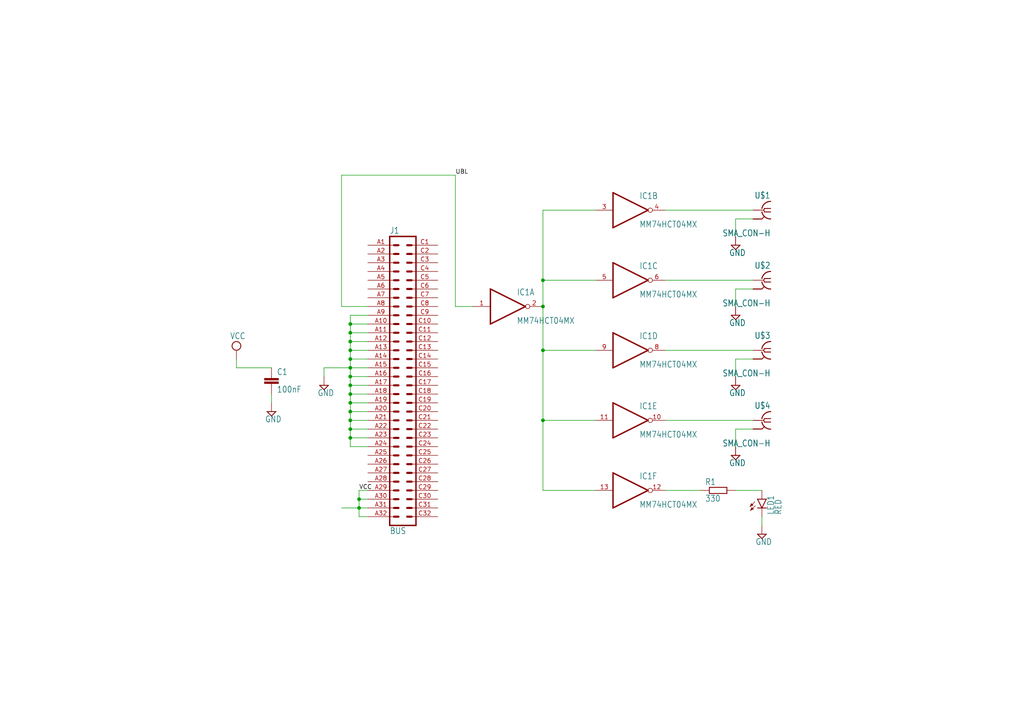
<source format=kicad_sch>
(kicad_sch
	(version 20231120)
	(generator "eeschema")
	(generator_version "8.0")
	(uuid "771ffe2e-5a69-415a-975a-2f3b46743182")
	(paper "A4")
	(lib_symbols
		(symbol "TR_UBL_Splitter_V1p1-eagle-import:7404D"
			(exclude_from_sim no)
			(in_bom yes)
			(on_board yes)
			(property "Reference" "IC"
				(at -0.635 -0.635 0)
				(effects
					(font
						(size 1.778 1.5113)
					)
					(justify left bottom)
				)
			)
			(property "Value" ""
				(at 2.54 -5.08 0)
				(effects
					(font
						(size 1.778 1.5113)
					)
					(justify left bottom)
					(hide yes)
				)
			)
			(property "Footprint" "TR_UBL_Splitter_V1p1:SO14"
				(at 0 0 0)
				(effects
					(font
						(size 1.27 1.27)
					)
					(hide yes)
				)
			)
			(property "Datasheet" ""
				(at 0 0 0)
				(effects
					(font
						(size 1.27 1.27)
					)
					(hide yes)
				)
			)
			(property "Description" "Hex INVERTER"
				(at 0 0 0)
				(effects
					(font
						(size 1.27 1.27)
					)
					(hide yes)
				)
			)
			(property "ki_locked" ""
				(at 0 0 0)
				(effects
					(font
						(size 1.27 1.27)
					)
				)
			)
			(symbol "7404D_1_0"
				(polyline
					(pts
						(xy -5.08 -5.08) (xy -5.08 5.08)
					)
					(stroke
						(width 0.4064)
						(type solid)
					)
					(fill
						(type none)
					)
				)
				(polyline
					(pts
						(xy -5.08 5.08) (xy 5.08 0)
					)
					(stroke
						(width 0.4064)
						(type solid)
					)
					(fill
						(type none)
					)
				)
				(polyline
					(pts
						(xy 5.08 0) (xy -5.08 -5.08)
					)
					(stroke
						(width 0.4064)
						(type solid)
					)
					(fill
						(type none)
					)
				)
				(pin input line
					(at -10.16 0 0)
					(length 5.08)
					(name "I"
						(effects
							(font
								(size 0 0)
							)
						)
					)
					(number "1"
						(effects
							(font
								(size 1.27 1.27)
							)
						)
					)
				)
				(pin output inverted
					(at 10.16 0 180)
					(length 5.08)
					(name "O"
						(effects
							(font
								(size 0 0)
							)
						)
					)
					(number "2"
						(effects
							(font
								(size 1.27 1.27)
							)
						)
					)
				)
			)
			(symbol "7404D_2_0"
				(polyline
					(pts
						(xy -5.08 -5.08) (xy -5.08 5.08)
					)
					(stroke
						(width 0.4064)
						(type solid)
					)
					(fill
						(type none)
					)
				)
				(polyline
					(pts
						(xy -5.08 5.08) (xy 5.08 0)
					)
					(stroke
						(width 0.4064)
						(type solid)
					)
					(fill
						(type none)
					)
				)
				(polyline
					(pts
						(xy 5.08 0) (xy -5.08 -5.08)
					)
					(stroke
						(width 0.4064)
						(type solid)
					)
					(fill
						(type none)
					)
				)
				(pin input line
					(at -10.16 0 0)
					(length 5.08)
					(name "I"
						(effects
							(font
								(size 0 0)
							)
						)
					)
					(number "3"
						(effects
							(font
								(size 1.27 1.27)
							)
						)
					)
				)
				(pin output inverted
					(at 10.16 0 180)
					(length 5.08)
					(name "O"
						(effects
							(font
								(size 0 0)
							)
						)
					)
					(number "4"
						(effects
							(font
								(size 1.27 1.27)
							)
						)
					)
				)
			)
			(symbol "7404D_3_0"
				(polyline
					(pts
						(xy -5.08 -5.08) (xy -5.08 5.08)
					)
					(stroke
						(width 0.4064)
						(type solid)
					)
					(fill
						(type none)
					)
				)
				(polyline
					(pts
						(xy -5.08 5.08) (xy 5.08 0)
					)
					(stroke
						(width 0.4064)
						(type solid)
					)
					(fill
						(type none)
					)
				)
				(polyline
					(pts
						(xy 5.08 0) (xy -5.08 -5.08)
					)
					(stroke
						(width 0.4064)
						(type solid)
					)
					(fill
						(type none)
					)
				)
				(pin input line
					(at -10.16 0 0)
					(length 5.08)
					(name "I"
						(effects
							(font
								(size 0 0)
							)
						)
					)
					(number "5"
						(effects
							(font
								(size 1.27 1.27)
							)
						)
					)
				)
				(pin output inverted
					(at 10.16 0 180)
					(length 5.08)
					(name "O"
						(effects
							(font
								(size 0 0)
							)
						)
					)
					(number "6"
						(effects
							(font
								(size 1.27 1.27)
							)
						)
					)
				)
			)
			(symbol "7404D_4_0"
				(polyline
					(pts
						(xy -5.08 -5.08) (xy -5.08 5.08)
					)
					(stroke
						(width 0.4064)
						(type solid)
					)
					(fill
						(type none)
					)
				)
				(polyline
					(pts
						(xy -5.08 5.08) (xy 5.08 0)
					)
					(stroke
						(width 0.4064)
						(type solid)
					)
					(fill
						(type none)
					)
				)
				(polyline
					(pts
						(xy 5.08 0) (xy -5.08 -5.08)
					)
					(stroke
						(width 0.4064)
						(type solid)
					)
					(fill
						(type none)
					)
				)
				(pin output inverted
					(at 10.16 0 180)
					(length 5.08)
					(name "O"
						(effects
							(font
								(size 0 0)
							)
						)
					)
					(number "8"
						(effects
							(font
								(size 1.27 1.27)
							)
						)
					)
				)
				(pin input line
					(at -10.16 0 0)
					(length 5.08)
					(name "I"
						(effects
							(font
								(size 0 0)
							)
						)
					)
					(number "9"
						(effects
							(font
								(size 1.27 1.27)
							)
						)
					)
				)
			)
			(symbol "7404D_5_0"
				(polyline
					(pts
						(xy -5.08 -5.08) (xy -5.08 5.08)
					)
					(stroke
						(width 0.4064)
						(type solid)
					)
					(fill
						(type none)
					)
				)
				(polyline
					(pts
						(xy -5.08 5.08) (xy 5.08 0)
					)
					(stroke
						(width 0.4064)
						(type solid)
					)
					(fill
						(type none)
					)
				)
				(polyline
					(pts
						(xy 5.08 0) (xy -5.08 -5.08)
					)
					(stroke
						(width 0.4064)
						(type solid)
					)
					(fill
						(type none)
					)
				)
				(pin output inverted
					(at 10.16 0 180)
					(length 5.08)
					(name "O"
						(effects
							(font
								(size 0 0)
							)
						)
					)
					(number "10"
						(effects
							(font
								(size 1.27 1.27)
							)
						)
					)
				)
				(pin input line
					(at -10.16 0 0)
					(length 5.08)
					(name "I"
						(effects
							(font
								(size 0 0)
							)
						)
					)
					(number "11"
						(effects
							(font
								(size 1.27 1.27)
							)
						)
					)
				)
			)
			(symbol "7404D_6_0"
				(polyline
					(pts
						(xy -5.08 -5.08) (xy -5.08 5.08)
					)
					(stroke
						(width 0.4064)
						(type solid)
					)
					(fill
						(type none)
					)
				)
				(polyline
					(pts
						(xy -5.08 5.08) (xy 5.08 0)
					)
					(stroke
						(width 0.4064)
						(type solid)
					)
					(fill
						(type none)
					)
				)
				(polyline
					(pts
						(xy 5.08 0) (xy -5.08 -5.08)
					)
					(stroke
						(width 0.4064)
						(type solid)
					)
					(fill
						(type none)
					)
				)
				(pin output inverted
					(at 10.16 0 180)
					(length 5.08)
					(name "O"
						(effects
							(font
								(size 0 0)
							)
						)
					)
					(number "12"
						(effects
							(font
								(size 1.27 1.27)
							)
						)
					)
				)
				(pin input line
					(at -10.16 0 0)
					(length 5.08)
					(name "I"
						(effects
							(font
								(size 0 0)
							)
						)
					)
					(number "13"
						(effects
							(font
								(size 1.27 1.27)
							)
						)
					)
				)
			)
			(symbol "7404D_7_0"
				(text "GND"
					(at 1.905 -7.62 900)
					(effects
						(font
							(size 1.27 1.0795)
						)
						(justify left bottom)
					)
				)
				(text "VCC"
					(at 1.905 5.08 900)
					(effects
						(font
							(size 1.27 1.0795)
						)
						(justify left bottom)
					)
				)
				(pin power_in line
					(at 0 10.16 270)
					(length 7.62)
					(name "VCC"
						(effects
							(font
								(size 0 0)
							)
						)
					)
					(number "14"
						(effects
							(font
								(size 1.27 1.27)
							)
						)
					)
				)
				(pin power_in line
					(at 0 -10.16 90)
					(length 7.62)
					(name "GND"
						(effects
							(font
								(size 0 0)
							)
						)
					)
					(number "7"
						(effects
							(font
								(size 1.27 1.27)
							)
						)
					)
				)
			)
		)
		(symbol "TR_UBL_Splitter_V1p1-eagle-import:C-EUC0603"
			(exclude_from_sim no)
			(in_bom yes)
			(on_board yes)
			(property "Reference" "C"
				(at 1.524 0.381 0)
				(effects
					(font
						(size 1.778 1.5113)
					)
					(justify left bottom)
				)
			)
			(property "Value" ""
				(at 1.524 -4.699 0)
				(effects
					(font
						(size 1.778 1.5113)
					)
					(justify left bottom)
				)
			)
			(property "Footprint" "TR_UBL_Splitter_V1p1:C0603"
				(at 0 0 0)
				(effects
					(font
						(size 1.27 1.27)
					)
					(hide yes)
				)
			)
			(property "Datasheet" ""
				(at 0 0 0)
				(effects
					(font
						(size 1.27 1.27)
					)
					(hide yes)
				)
			)
			(property "Description" "CAPACITOR, European symbol"
				(at 0 0 0)
				(effects
					(font
						(size 1.27 1.27)
					)
					(hide yes)
				)
			)
			(property "ki_locked" ""
				(at 0 0 0)
				(effects
					(font
						(size 1.27 1.27)
					)
				)
			)
			(symbol "C-EUC0603_1_0"
				(rectangle
					(start -2.032 -2.032)
					(end 2.032 -1.524)
					(stroke
						(width 0)
						(type default)
					)
					(fill
						(type outline)
					)
				)
				(rectangle
					(start -2.032 -1.016)
					(end 2.032 -0.508)
					(stroke
						(width 0)
						(type default)
					)
					(fill
						(type outline)
					)
				)
				(polyline
					(pts
						(xy 0 -2.54) (xy 0 -2.032)
					)
					(stroke
						(width 0.1524)
						(type solid)
					)
					(fill
						(type none)
					)
				)
				(polyline
					(pts
						(xy 0 0) (xy 0 -0.508)
					)
					(stroke
						(width 0.1524)
						(type solid)
					)
					(fill
						(type none)
					)
				)
				(pin passive line
					(at 0 2.54 270)
					(length 2.54)
					(name "1"
						(effects
							(font
								(size 0 0)
							)
						)
					)
					(number "1"
						(effects
							(font
								(size 0 0)
							)
						)
					)
				)
				(pin passive line
					(at 0 -5.08 90)
					(length 2.54)
					(name "2"
						(effects
							(font
								(size 0 0)
							)
						)
					)
					(number "2"
						(effects
							(font
								(size 0 0)
							)
						)
					)
				)
			)
		)
		(symbol "TR_UBL_Splitter_V1p1-eagle-import:GND"
			(power)
			(exclude_from_sim no)
			(in_bom yes)
			(on_board yes)
			(property "Reference" "#SUPPLY"
				(at 0 0 0)
				(effects
					(font
						(size 1.27 1.27)
					)
					(hide yes)
				)
			)
			(property "Value" ""
				(at -1.905 -3.175 0)
				(effects
					(font
						(size 1.778 1.5113)
					)
					(justify left bottom)
				)
			)
			(property "Footprint" ""
				(at 0 0 0)
				(effects
					(font
						(size 1.27 1.27)
					)
					(hide yes)
				)
			)
			(property "Datasheet" ""
				(at 0 0 0)
				(effects
					(font
						(size 1.27 1.27)
					)
					(hide yes)
				)
			)
			(property "Description" "SUPPLY SYMBOL"
				(at 0 0 0)
				(effects
					(font
						(size 1.27 1.27)
					)
					(hide yes)
				)
			)
			(property "ki_locked" ""
				(at 0 0 0)
				(effects
					(font
						(size 1.27 1.27)
					)
				)
			)
			(symbol "GND_1_0"
				(polyline
					(pts
						(xy -1.27 0) (xy 1.27 0)
					)
					(stroke
						(width 0.254)
						(type solid)
					)
					(fill
						(type none)
					)
				)
				(polyline
					(pts
						(xy 0 -1.27) (xy -1.27 0)
					)
					(stroke
						(width 0.254)
						(type solid)
					)
					(fill
						(type none)
					)
				)
				(polyline
					(pts
						(xy 1.27 0) (xy 0 -1.27)
					)
					(stroke
						(width 0.254)
						(type solid)
					)
					(fill
						(type none)
					)
				)
				(pin power_in line
					(at 0 2.54 270)
					(length 2.54)
					(name "GND"
						(effects
							(font
								(size 0 0)
							)
						)
					)
					(number "1"
						(effects
							(font
								(size 0 0)
							)
						)
					)
				)
			)
		)
		(symbol "TR_UBL_Splitter_V1p1-eagle-import:LED3MM"
			(exclude_from_sim no)
			(in_bom yes)
			(on_board yes)
			(property "Reference" "LED"
				(at 3.556 -4.572 90)
				(effects
					(font
						(size 1.778 1.5113)
					)
					(justify left bottom)
				)
			)
			(property "Value" ""
				(at 5.715 -4.572 90)
				(effects
					(font
						(size 1.778 1.5113)
					)
					(justify left bottom)
				)
			)
			(property "Footprint" "TR_UBL_Splitter_V1p1:LED3MM"
				(at 0 0 0)
				(effects
					(font
						(size 1.27 1.27)
					)
					(hide yes)
				)
			)
			(property "Datasheet" ""
				(at 0 0 0)
				(effects
					(font
						(size 1.27 1.27)
					)
					(hide yes)
				)
			)
			(property "Description" "LED\n\nOSRAM:\n- CHIPLED\nLG R971, LG N971, LY N971, LG Q971, LY Q971, LO R971, LY R971 LH N974, LH R974\nLS Q976, LO Q976, LY Q976\nLO Q996\n- Hyper CHIPLED\nLW Q18S\nLB Q993, LB Q99A, LB R99A\n- SideLED\nLS A670, LO A670, LY A670, LG A670, LP A670\nLB A673, LV A673, LT A673, LW A673\nLH A674\nLY A675\nLS A676, LA A676, LO A676, LY A676, LW A676\nLS A679, LY A679, LG A679\n-  Hyper Micro SIDELED®\nLS Y876, LA Y876, LO Y876, LY Y876\nLT Y87S\n- SmartLED\nLW L88C, LW L88S\nLB L89C, LB L89S, LG L890\nLS L89K, LO L89K, LY L89K\nLS L896, LA L896, LO L896, LY L896\n- TOPLED\nLS T670, LO T670, LY T670, LG T670, LP T670\nLSG T670, LSP T670, LSY T670, LOP T670, LYG T670\nLG T671, LOG T671, LSG T671\nLB T673, LV T673, LT T673, LW T673\nLH T674\nLS T676, LA T676, LO T676, LY T676, LB T676, LH T676, LSB T676, LW T676\nLB T67C, LV T67C, LT T67C, LS T67K, LO T67K, LY T67K, LW E67C\nLS E67B, LA E67B, LO E67B, LY E67B, LB E67C, LV E67C, LT E67C\nLW T67C\nLS T679, LY T679, LG T679\nLS T770, LO T770, LY T770, LG T770, LP T770\nLB T773, LV T773, LT T773, LW T773\nLH T774\nLS E675, LA E675, LY E675, LS T675\nLS T776, LA T776, LO T776, LY T776, LB T776\nLHGB T686\nLT T68C, LB T68C\n- Hyper Mini TOPLED®\nLB M676\n- Mini TOPLED Santana®\nLG M470\nLS M47K, LO M47K, LY M47K\n\nSource: http://www.osram.convergy.de\n\nLUXEON:\n- LUMILED®\nLXK2-PW12-R00, LXK2-PW12-S00, LXK2-PW14-U00, LXK2-PW14-V00\nLXK2-PM12-R00, LXK2-PM12-S00, LXK2-PM14-U00\nLXK2-PE12-Q00, LXK2-PE12-R00, LXK2-PE12-S00, LXK2-PE14-T00, LXK2-PE14-U00\nLXK2-PB12-K00, LXK2-PB12-L00, LXK2-PB12-M00, LXK2-PB14-N00, LXK2-PB14-P00, LXK2-PB14-Q00\nLXK2-PR12-L00, LXK2-PR12-M00, LXK2-PR14-Q00, LXK2-PR14-R00\nLXK2-PD12-Q00, LXK2-PD12-R00, LXK2-PD12-S00\nLXK2-PH12-R00, LXK2-PH12-S00\nLXK2-PL12-P00, LXK2-PL12-Q00, LXK2-PL12-R00\n\nSource: www.luxeon.com\n\nKINGBRIGHT:\n\nKA-3528ASYC\nSource: www.kingbright.com"
				(at 0 0 0)
				(effects
					(font
						(size 1.27 1.27)
					)
					(hide yes)
				)
			)
			(property "ki_locked" ""
				(at 0 0 0)
				(effects
					(font
						(size 1.27 1.27)
					)
				)
			)
			(symbol "LED3MM_1_0"
				(polyline
					(pts
						(xy -2.032 -0.762) (xy -3.429 -2.159)
					)
					(stroke
						(width 0.1524)
						(type solid)
					)
					(fill
						(type none)
					)
				)
				(polyline
					(pts
						(xy -1.905 -1.905) (xy -3.302 -3.302)
					)
					(stroke
						(width 0.1524)
						(type solid)
					)
					(fill
						(type none)
					)
				)
				(polyline
					(pts
						(xy 0 -2.54) (xy -1.27 -2.54)
					)
					(stroke
						(width 0.254)
						(type solid)
					)
					(fill
						(type none)
					)
				)
				(polyline
					(pts
						(xy 0 -2.54) (xy -1.27 0)
					)
					(stroke
						(width 0.254)
						(type solid)
					)
					(fill
						(type none)
					)
				)
				(polyline
					(pts
						(xy 0 0) (xy -1.27 0)
					)
					(stroke
						(width 0.254)
						(type solid)
					)
					(fill
						(type none)
					)
				)
				(polyline
					(pts
						(xy 1.27 -2.54) (xy 0 -2.54)
					)
					(stroke
						(width 0.254)
						(type solid)
					)
					(fill
						(type none)
					)
				)
				(polyline
					(pts
						(xy 1.27 0) (xy 0 -2.54)
					)
					(stroke
						(width 0.254)
						(type solid)
					)
					(fill
						(type none)
					)
				)
				(polyline
					(pts
						(xy 1.27 0) (xy 0 0)
					)
					(stroke
						(width 0.254)
						(type solid)
					)
					(fill
						(type none)
					)
				)
				(polyline
					(pts
						(xy -3.429 -2.159) (xy -3.048 -1.27) (xy -2.54 -1.778)
					)
					(stroke
						(width 0.1524)
						(type solid)
					)
					(fill
						(type outline)
					)
				)
				(polyline
					(pts
						(xy -3.302 -3.302) (xy -2.921 -2.413) (xy -2.413 -2.921)
					)
					(stroke
						(width 0.1524)
						(type solid)
					)
					(fill
						(type outline)
					)
				)
				(pin passive line
					(at 0 2.54 270)
					(length 2.54)
					(name "A"
						(effects
							(font
								(size 0 0)
							)
						)
					)
					(number "A"
						(effects
							(font
								(size 0 0)
							)
						)
					)
				)
				(pin passive line
					(at 0 -5.08 90)
					(length 2.54)
					(name "C"
						(effects
							(font
								(size 0 0)
							)
						)
					)
					(number "K"
						(effects
							(font
								(size 0 0)
							)
						)
					)
				)
			)
		)
		(symbol "TR_UBL_Splitter_V1p1-eagle-import:R-EU_R0603"
			(exclude_from_sim no)
			(in_bom yes)
			(on_board yes)
			(property "Reference" "R"
				(at -3.81 1.4986 0)
				(effects
					(font
						(size 1.778 1.5113)
					)
					(justify left bottom)
				)
			)
			(property "Value" ""
				(at -3.81 -3.302 0)
				(effects
					(font
						(size 1.778 1.5113)
					)
					(justify left bottom)
				)
			)
			(property "Footprint" "TR_UBL_Splitter_V1p1:R0603"
				(at 0 0 0)
				(effects
					(font
						(size 1.27 1.27)
					)
					(hide yes)
				)
			)
			(property "Datasheet" ""
				(at 0 0 0)
				(effects
					(font
						(size 1.27 1.27)
					)
					(hide yes)
				)
			)
			(property "Description" "RESISTOR, European symbol"
				(at 0 0 0)
				(effects
					(font
						(size 1.27 1.27)
					)
					(hide yes)
				)
			)
			(property "ki_locked" ""
				(at 0 0 0)
				(effects
					(font
						(size 1.27 1.27)
					)
				)
			)
			(symbol "R-EU_R0603_1_0"
				(polyline
					(pts
						(xy -2.54 -0.889) (xy -2.54 0.889)
					)
					(stroke
						(width 0.254)
						(type solid)
					)
					(fill
						(type none)
					)
				)
				(polyline
					(pts
						(xy -2.54 -0.889) (xy 2.54 -0.889)
					)
					(stroke
						(width 0.254)
						(type solid)
					)
					(fill
						(type none)
					)
				)
				(polyline
					(pts
						(xy 2.54 -0.889) (xy 2.54 0.889)
					)
					(stroke
						(width 0.254)
						(type solid)
					)
					(fill
						(type none)
					)
				)
				(polyline
					(pts
						(xy 2.54 0.889) (xy -2.54 0.889)
					)
					(stroke
						(width 0.254)
						(type solid)
					)
					(fill
						(type none)
					)
				)
				(pin passive line
					(at -5.08 0 0)
					(length 2.54)
					(name "1"
						(effects
							(font
								(size 0 0)
							)
						)
					)
					(number "1"
						(effects
							(font
								(size 0 0)
							)
						)
					)
				)
				(pin passive line
					(at 5.08 0 180)
					(length 2.54)
					(name "2"
						(effects
							(font
								(size 0 0)
							)
						)
					)
					(number "2"
						(effects
							(font
								(size 0 0)
							)
						)
					)
				)
			)
		)
		(symbol "TR_UBL_Splitter_V1p1-eagle-import:SMA_CON-H"
			(exclude_from_sim no)
			(in_bom yes)
			(on_board yes)
			(property "Reference" ""
				(at -2.54 3.302 0)
				(effects
					(font
						(size 1.778 1.5113)
					)
					(justify left bottom)
					(hide yes)
				)
			)
			(property "Value" ""
				(at -2.54 -7.62 0)
				(effects
					(font
						(size 1.778 1.5113)
					)
					(justify left bottom)
				)
			)
			(property "Footprint" "TR_UBL_Splitter_V1p1:BU-SMA-H"
				(at 0 0 0)
				(effects
					(font
						(size 1.27 1.27)
					)
					(hide yes)
				)
			)
			(property "Datasheet" ""
				(at 0 0 0)
				(effects
					(font
						(size 1.27 1.27)
					)
					(hide yes)
				)
			)
			(property "Description" ""
				(at 0 0 0)
				(effects
					(font
						(size 1.27 1.27)
					)
					(hide yes)
				)
			)
			(property "ki_locked" ""
				(at 0 0 0)
				(effects
					(font
						(size 1.27 1.27)
					)
				)
			)
			(symbol "SMA_CON-H_1_0"
				(arc
					(start -2.54 -2.54)
					(mid -0.9022 -1.9838)
					(end 0 -0.508)
					(stroke
						(width 0.3048)
						(type solid)
					)
					(fill
						(type none)
					)
				)
				(polyline
					(pts
						(xy -2.54 0.508) (xy -0.762 0.508)
					)
					(stroke
						(width 0.254)
						(type solid)
					)
					(fill
						(type none)
					)
				)
				(polyline
					(pts
						(xy -0.762 -0.508) (xy -2.54 -0.508)
					)
					(stroke
						(width 0.254)
						(type solid)
					)
					(fill
						(type none)
					)
				)
				(polyline
					(pts
						(xy -0.762 0.508) (xy -0.508 0)
					)
					(stroke
						(width 0.254)
						(type solid)
					)
					(fill
						(type none)
					)
				)
				(polyline
					(pts
						(xy -0.508 0) (xy -0.762 -0.508)
					)
					(stroke
						(width 0.254)
						(type solid)
					)
					(fill
						(type none)
					)
				)
				(polyline
					(pts
						(xy 0 -2.54) (xy -0.762 -1.778)
					)
					(stroke
						(width 0.254)
						(type solid)
					)
					(fill
						(type none)
					)
				)
				(polyline
					(pts
						(xy 0 0) (xy -0.508 0)
					)
					(stroke
						(width 0.1524)
						(type solid)
					)
					(fill
						(type none)
					)
				)
				(arc
					(start 0 0.508)
					(mid -0.9022 1.9838)
					(end -2.54 2.54)
					(stroke
						(width 0.3048)
						(type solid)
					)
					(fill
						(type none)
					)
				)
				(pin passive line
					(at 2.54 0 180)
					(length 2.54)
					(name "1"
						(effects
							(font
								(size 0 0)
							)
						)
					)
					(number "1"
						(effects
							(font
								(size 0 0)
							)
						)
					)
				)
				(pin passive line
					(at 2.54 -2.54 180)
					(length 2.54)
					(name "GND@1"
						(effects
							(font
								(size 0 0)
							)
						)
					)
					(number "2"
						(effects
							(font
								(size 0 0)
							)
						)
					)
				)
				(pin passive line
					(at 2.54 -2.54 180)
					(length 2.54)
					(name "GND@1"
						(effects
							(font
								(size 0 0)
							)
						)
					)
					(number "3"
						(effects
							(font
								(size 0 0)
							)
						)
					)
				)
				(pin passive line
					(at 2.54 -2.54 180)
					(length 2.54)
					(name "GND@1"
						(effects
							(font
								(size 0 0)
							)
						)
					)
					(number "4"
						(effects
							(font
								(size 0 0)
							)
						)
					)
				)
				(pin passive line
					(at 2.54 -2.54 180)
					(length 2.54)
					(name "GND@1"
						(effects
							(font
								(size 0 0)
							)
						)
					)
					(number "5"
						(effects
							(font
								(size 0 0)
							)
						)
					)
				)
			)
		)
		(symbol "TR_UBL_Splitter_V1p1-eagle-import:VCC"
			(power)
			(exclude_from_sim no)
			(in_bom yes)
			(on_board yes)
			(property "Reference" "#SUPPLY"
				(at 0 0 0)
				(effects
					(font
						(size 1.27 1.27)
					)
					(hide yes)
				)
			)
			(property "Value" ""
				(at -1.905 3.175 0)
				(effects
					(font
						(size 1.778 1.5113)
					)
					(justify left bottom)
				)
			)
			(property "Footprint" ""
				(at 0 0 0)
				(effects
					(font
						(size 1.27 1.27)
					)
					(hide yes)
				)
			)
			(property "Datasheet" ""
				(at 0 0 0)
				(effects
					(font
						(size 1.27 1.27)
					)
					(hide yes)
				)
			)
			(property "Description" "SUPPLY SYMBOL"
				(at 0 0 0)
				(effects
					(font
						(size 1.27 1.27)
					)
					(hide yes)
				)
			)
			(property "ki_locked" ""
				(at 0 0 0)
				(effects
					(font
						(size 1.27 1.27)
					)
				)
			)
			(symbol "VCC_1_0"
				(circle
					(center 0 1.27)
					(radius 1.27)
					(stroke
						(width 0.254)
						(type solid)
					)
					(fill
						(type none)
					)
				)
				(pin power_in line
					(at 0 -2.54 90)
					(length 2.54)
					(name "VCC"
						(effects
							(font
								(size 0 0)
							)
						)
					)
					(number "1"
						(effects
							(font
								(size 0 0)
							)
						)
					)
				)
			)
		)
		(symbol "TR_UBL_Splitter_V1p1-eagle-import:VG64P"
			(exclude_from_sim no)
			(in_bom yes)
			(on_board yes)
			(property "Reference" "J"
				(at -3.81 41.402 0)
				(effects
					(font
						(size 1.778 1.5113)
					)
					(justify left bottom)
				)
			)
			(property "Value" ""
				(at -3.81 -45.72 0)
				(effects
					(font
						(size 1.778 1.5113)
					)
					(justify left bottom)
				)
			)
			(property "Footprint" "TR_UBL_Splitter_V1p1:VG64P"
				(at 0 0 0)
				(effects
					(font
						(size 1.27 1.27)
					)
					(hide yes)
				)
			)
			(property "Datasheet" ""
				(at 0 0 0)
				(effects
					(font
						(size 1.27 1.27)
					)
					(hide yes)
				)
			)
			(property "Description" "PCB\n\nEUROCARD, 64-pin type C/AC, 2.54 mm"
				(at 0 0 0)
				(effects
					(font
						(size 1.27 1.27)
					)
					(hide yes)
				)
			)
			(property "ki_locked" ""
				(at 0 0 0)
				(effects
					(font
						(size 1.27 1.27)
					)
				)
			)
			(symbol "VG64P_1_0"
				(polyline
					(pts
						(xy -3.81 40.64) (xy -3.81 -43.18)
					)
					(stroke
						(width 0.4064)
						(type solid)
					)
					(fill
						(type none)
					)
				)
				(polyline
					(pts
						(xy -3.81 40.64) (xy 3.81 40.64)
					)
					(stroke
						(width 0.4064)
						(type solid)
					)
					(fill
						(type none)
					)
				)
				(polyline
					(pts
						(xy -2.54 -40.64) (xy -1.27 -40.64)
					)
					(stroke
						(width 0.6096)
						(type solid)
					)
					(fill
						(type none)
					)
				)
				(polyline
					(pts
						(xy -2.54 -38.1) (xy -1.27 -38.1)
					)
					(stroke
						(width 0.6096)
						(type solid)
					)
					(fill
						(type none)
					)
				)
				(polyline
					(pts
						(xy -2.54 -35.56) (xy -1.27 -35.56)
					)
					(stroke
						(width 0.6096)
						(type solid)
					)
					(fill
						(type none)
					)
				)
				(polyline
					(pts
						(xy -2.54 -33.02) (xy -1.27 -33.02)
					)
					(stroke
						(width 0.6096)
						(type solid)
					)
					(fill
						(type none)
					)
				)
				(polyline
					(pts
						(xy -2.54 -30.48) (xy -1.27 -30.48)
					)
					(stroke
						(width 0.6096)
						(type solid)
					)
					(fill
						(type none)
					)
				)
				(polyline
					(pts
						(xy -2.54 -27.94) (xy -1.27 -27.94)
					)
					(stroke
						(width 0.6096)
						(type solid)
					)
					(fill
						(type none)
					)
				)
				(polyline
					(pts
						(xy -2.54 -25.4) (xy -1.27 -25.4)
					)
					(stroke
						(width 0.6096)
						(type solid)
					)
					(fill
						(type none)
					)
				)
				(polyline
					(pts
						(xy -2.54 -22.86) (xy -1.27 -22.86)
					)
					(stroke
						(width 0.6096)
						(type solid)
					)
					(fill
						(type none)
					)
				)
				(polyline
					(pts
						(xy -2.54 -20.32) (xy -1.27 -20.32)
					)
					(stroke
						(width 0.6096)
						(type solid)
					)
					(fill
						(type none)
					)
				)
				(polyline
					(pts
						(xy -2.54 -17.78) (xy -1.27 -17.78)
					)
					(stroke
						(width 0.6096)
						(type solid)
					)
					(fill
						(type none)
					)
				)
				(polyline
					(pts
						(xy -2.54 -15.24) (xy -1.27 -15.24)
					)
					(stroke
						(width 0.6096)
						(type solid)
					)
					(fill
						(type none)
					)
				)
				(polyline
					(pts
						(xy -2.54 -12.7) (xy -1.27 -12.7)
					)
					(stroke
						(width 0.6096)
						(type solid)
					)
					(fill
						(type none)
					)
				)
				(polyline
					(pts
						(xy -2.54 -10.16) (xy -1.27 -10.16)
					)
					(stroke
						(width 0.6096)
						(type solid)
					)
					(fill
						(type none)
					)
				)
				(polyline
					(pts
						(xy -2.54 -7.62) (xy -1.27 -7.62)
					)
					(stroke
						(width 0.6096)
						(type solid)
					)
					(fill
						(type none)
					)
				)
				(polyline
					(pts
						(xy -2.54 -5.08) (xy -1.27 -5.08)
					)
					(stroke
						(width 0.6096)
						(type solid)
					)
					(fill
						(type none)
					)
				)
				(polyline
					(pts
						(xy -2.54 -2.54) (xy -1.27 -2.54)
					)
					(stroke
						(width 0.6096)
						(type solid)
					)
					(fill
						(type none)
					)
				)
				(polyline
					(pts
						(xy -2.54 0) (xy -1.27 0)
					)
					(stroke
						(width 0.6096)
						(type solid)
					)
					(fill
						(type none)
					)
				)
				(polyline
					(pts
						(xy -2.54 2.54) (xy -1.27 2.54)
					)
					(stroke
						(width 0.6096)
						(type solid)
					)
					(fill
						(type none)
					)
				)
				(polyline
					(pts
						(xy -2.54 5.08) (xy -1.27 5.08)
					)
					(stroke
						(width 0.6096)
						(type solid)
					)
					(fill
						(type none)
					)
				)
				(polyline
					(pts
						(xy -2.54 7.62) (xy -1.27 7.62)
					)
					(stroke
						(width 0.6096)
						(type solid)
					)
					(fill
						(type none)
					)
				)
				(polyline
					(pts
						(xy -2.54 10.16) (xy -1.27 10.16)
					)
					(stroke
						(width 0.6096)
						(type solid)
					)
					(fill
						(type none)
					)
				)
				(polyline
					(pts
						(xy -2.54 12.7) (xy -1.27 12.7)
					)
					(stroke
						(width 0.6096)
						(type solid)
					)
					(fill
						(type none)
					)
				)
				(polyline
					(pts
						(xy -2.54 15.24) (xy -1.27 15.24)
					)
					(stroke
						(width 0.6096)
						(type solid)
					)
					(fill
						(type none)
					)
				)
				(polyline
					(pts
						(xy -2.54 17.78) (xy -1.27 17.78)
					)
					(stroke
						(width 0.6096)
						(type solid)
					)
					(fill
						(type none)
					)
				)
				(polyline
					(pts
						(xy -2.54 20.32) (xy -1.27 20.32)
					)
					(stroke
						(width 0.6096)
						(type solid)
					)
					(fill
						(type none)
					)
				)
				(polyline
					(pts
						(xy -2.54 22.86) (xy -1.27 22.86)
					)
					(stroke
						(width 0.6096)
						(type solid)
					)
					(fill
						(type none)
					)
				)
				(polyline
					(pts
						(xy -2.54 25.4) (xy -1.27 25.4)
					)
					(stroke
						(width 0.6096)
						(type solid)
					)
					(fill
						(type none)
					)
				)
				(polyline
					(pts
						(xy -2.54 27.94) (xy -1.27 27.94)
					)
					(stroke
						(width 0.6096)
						(type solid)
					)
					(fill
						(type none)
					)
				)
				(polyline
					(pts
						(xy -2.54 30.48) (xy -1.27 30.48)
					)
					(stroke
						(width 0.6096)
						(type solid)
					)
					(fill
						(type none)
					)
				)
				(polyline
					(pts
						(xy -2.54 33.02) (xy -1.27 33.02)
					)
					(stroke
						(width 0.6096)
						(type solid)
					)
					(fill
						(type none)
					)
				)
				(polyline
					(pts
						(xy -2.54 35.56) (xy -1.27 35.56)
					)
					(stroke
						(width 0.6096)
						(type solid)
					)
					(fill
						(type none)
					)
				)
				(polyline
					(pts
						(xy -2.54 38.1) (xy -1.27 38.1)
					)
					(stroke
						(width 0.6096)
						(type solid)
					)
					(fill
						(type none)
					)
				)
				(polyline
					(pts
						(xy 1.27 -40.64) (xy 2.54 -40.64)
					)
					(stroke
						(width 0.6096)
						(type solid)
					)
					(fill
						(type none)
					)
				)
				(polyline
					(pts
						(xy 1.27 -38.1) (xy 2.54 -38.1)
					)
					(stroke
						(width 0.6096)
						(type solid)
					)
					(fill
						(type none)
					)
				)
				(polyline
					(pts
						(xy 1.27 -35.56) (xy 2.54 -35.56)
					)
					(stroke
						(width 0.6096)
						(type solid)
					)
					(fill
						(type none)
					)
				)
				(polyline
					(pts
						(xy 1.27 -33.02) (xy 2.54 -33.02)
					)
					(stroke
						(width 0.6096)
						(type solid)
					)
					(fill
						(type none)
					)
				)
				(polyline
					(pts
						(xy 1.27 -30.48) (xy 2.54 -30.48)
					)
					(stroke
						(width 0.6096)
						(type solid)
					)
					(fill
						(type none)
					)
				)
				(polyline
					(pts
						(xy 1.27 -27.94) (xy 2.54 -27.94)
					)
					(stroke
						(width 0.6096)
						(type solid)
					)
					(fill
						(type none)
					)
				)
				(polyline
					(pts
						(xy 1.27 -25.4) (xy 2.54 -25.4)
					)
					(stroke
						(width 0.6096)
						(type solid)
					)
					(fill
						(type none)
					)
				)
				(polyline
					(pts
						(xy 1.27 -22.86) (xy 2.54 -22.86)
					)
					(stroke
						(width 0.6096)
						(type solid)
					)
					(fill
						(type none)
					)
				)
				(polyline
					(pts
						(xy 1.27 -20.32) (xy 2.54 -20.32)
					)
					(stroke
						(width 0.6096)
						(type solid)
					)
					(fill
						(type none)
					)
				)
				(polyline
					(pts
						(xy 1.27 -17.78) (xy 2.54 -17.78)
					)
					(stroke
						(width 0.6096)
						(type solid)
					)
					(fill
						(type none)
					)
				)
				(polyline
					(pts
						(xy 1.27 -15.24) (xy 2.54 -15.24)
					)
					(stroke
						(width 0.6096)
						(type solid)
					)
					(fill
						(type none)
					)
				)
				(polyline
					(pts
						(xy 1.27 -12.7) (xy 2.54 -12.7)
					)
					(stroke
						(width 0.6096)
						(type solid)
					)
					(fill
						(type none)
					)
				)
				(polyline
					(pts
						(xy 1.27 -10.16) (xy 2.54 -10.16)
					)
					(stroke
						(width 0.6096)
						(type solid)
					)
					(fill
						(type none)
					)
				)
				(polyline
					(pts
						(xy 1.27 -7.62) (xy 2.54 -7.62)
					)
					(stroke
						(width 0.6096)
						(type solid)
					)
					(fill
						(type none)
					)
				)
				(polyline
					(pts
						(xy 1.27 -5.08) (xy 2.54 -5.08)
					)
					(stroke
						(width 0.6096)
						(type solid)
					)
					(fill
						(type none)
					)
				)
				(polyline
					(pts
						(xy 1.27 -2.54) (xy 2.54 -2.54)
					)
					(stroke
						(width 0.6096)
						(type solid)
					)
					(fill
						(type none)
					)
				)
				(polyline
					(pts
						(xy 1.27 0) (xy 2.54 0)
					)
					(stroke
						(width 0.6096)
						(type solid)
					)
					(fill
						(type none)
					)
				)
				(polyline
					(pts
						(xy 1.27 2.54) (xy 2.54 2.54)
					)
					(stroke
						(width 0.6096)
						(type solid)
					)
					(fill
						(type none)
					)
				)
				(polyline
					(pts
						(xy 1.27 5.08) (xy 2.54 5.08)
					)
					(stroke
						(width 0.6096)
						(type solid)
					)
					(fill
						(type none)
					)
				)
				(polyline
					(pts
						(xy 1.27 7.62) (xy 2.54 7.62)
					)
					(stroke
						(width 0.6096)
						(type solid)
					)
					(fill
						(type none)
					)
				)
				(polyline
					(pts
						(xy 1.27 10.16) (xy 2.54 10.16)
					)
					(stroke
						(width 0.6096)
						(type solid)
					)
					(fill
						(type none)
					)
				)
				(polyline
					(pts
						(xy 1.27 12.7) (xy 2.54 12.7)
					)
					(stroke
						(width 0.6096)
						(type solid)
					)
					(fill
						(type none)
					)
				)
				(polyline
					(pts
						(xy 1.27 15.24) (xy 2.54 15.24)
					)
					(stroke
						(width 0.6096)
						(type solid)
					)
					(fill
						(type none)
					)
				)
				(polyline
					(pts
						(xy 1.27 17.78) (xy 2.54 17.78)
					)
					(stroke
						(width 0.6096)
						(type solid)
					)
					(fill
						(type none)
					)
				)
				(polyline
					(pts
						(xy 1.27 20.32) (xy 2.54 20.32)
					)
					(stroke
						(width 0.6096)
						(type solid)
					)
					(fill
						(type none)
					)
				)
				(polyline
					(pts
						(xy 1.27 22.86) (xy 2.54 22.86)
					)
					(stroke
						(width 0.6096)
						(type solid)
					)
					(fill
						(type none)
					)
				)
				(polyline
					(pts
						(xy 1.27 25.4) (xy 2.54 25.4)
					)
					(stroke
						(width 0.6096)
						(type solid)
					)
					(fill
						(type none)
					)
				)
				(polyline
					(pts
						(xy 1.27 27.94) (xy 2.54 27.94)
					)
					(stroke
						(width 0.6096)
						(type solid)
					)
					(fill
						(type none)
					)
				)
				(polyline
					(pts
						(xy 1.27 30.48) (xy 2.54 30.48)
					)
					(stroke
						(width 0.6096)
						(type solid)
					)
					(fill
						(type none)
					)
				)
				(polyline
					(pts
						(xy 1.27 33.02) (xy 2.54 33.02)
					)
					(stroke
						(width 0.6096)
						(type solid)
					)
					(fill
						(type none)
					)
				)
				(polyline
					(pts
						(xy 1.27 35.56) (xy 2.54 35.56)
					)
					(stroke
						(width 0.6096)
						(type solid)
					)
					(fill
						(type none)
					)
				)
				(polyline
					(pts
						(xy 1.27 38.1) (xy 2.54 38.1)
					)
					(stroke
						(width 0.6096)
						(type solid)
					)
					(fill
						(type none)
					)
				)
				(polyline
					(pts
						(xy 3.81 -43.18) (xy -3.81 -43.18)
					)
					(stroke
						(width 0.4064)
						(type solid)
					)
					(fill
						(type none)
					)
				)
				(polyline
					(pts
						(xy 3.81 -43.18) (xy 3.81 40.64)
					)
					(stroke
						(width 0.4064)
						(type solid)
					)
					(fill
						(type none)
					)
				)
				(pin passive line
					(at -10.16 38.1 0)
					(length 7.62)
					(name "A1"
						(effects
							(font
								(size 0 0)
							)
						)
					)
					(number "A1"
						(effects
							(font
								(size 1.27 1.27)
							)
						)
					)
				)
				(pin passive line
					(at -10.16 15.24 0)
					(length 7.62)
					(name "A10"
						(effects
							(font
								(size 0 0)
							)
						)
					)
					(number "A10"
						(effects
							(font
								(size 1.27 1.27)
							)
						)
					)
				)
				(pin passive line
					(at -10.16 12.7 0)
					(length 7.62)
					(name "A11"
						(effects
							(font
								(size 0 0)
							)
						)
					)
					(number "A11"
						(effects
							(font
								(size 1.27 1.27)
							)
						)
					)
				)
				(pin passive line
					(at -10.16 10.16 0)
					(length 7.62)
					(name "A12"
						(effects
							(font
								(size 0 0)
							)
						)
					)
					(number "A12"
						(effects
							(font
								(size 1.27 1.27)
							)
						)
					)
				)
				(pin passive line
					(at -10.16 7.62 0)
					(length 7.62)
					(name "A13"
						(effects
							(font
								(size 0 0)
							)
						)
					)
					(number "A13"
						(effects
							(font
								(size 1.27 1.27)
							)
						)
					)
				)
				(pin passive line
					(at -10.16 5.08 0)
					(length 7.62)
					(name "A14"
						(effects
							(font
								(size 0 0)
							)
						)
					)
					(number "A14"
						(effects
							(font
								(size 1.27 1.27)
							)
						)
					)
				)
				(pin passive line
					(at -10.16 2.54 0)
					(length 7.62)
					(name "A15"
						(effects
							(font
								(size 0 0)
							)
						)
					)
					(number "A15"
						(effects
							(font
								(size 1.27 1.27)
							)
						)
					)
				)
				(pin passive line
					(at -10.16 0 0)
					(length 7.62)
					(name "A16"
						(effects
							(font
								(size 0 0)
							)
						)
					)
					(number "A16"
						(effects
							(font
								(size 1.27 1.27)
							)
						)
					)
				)
				(pin passive line
					(at -10.16 -2.54 0)
					(length 7.62)
					(name "A17"
						(effects
							(font
								(size 0 0)
							)
						)
					)
					(number "A17"
						(effects
							(font
								(size 1.27 1.27)
							)
						)
					)
				)
				(pin passive line
					(at -10.16 -5.08 0)
					(length 7.62)
					(name "A18"
						(effects
							(font
								(size 0 0)
							)
						)
					)
					(number "A18"
						(effects
							(font
								(size 1.27 1.27)
							)
						)
					)
				)
				(pin passive line
					(at -10.16 -7.62 0)
					(length 7.62)
					(name "A19"
						(effects
							(font
								(size 0 0)
							)
						)
					)
					(number "A19"
						(effects
							(font
								(size 1.27 1.27)
							)
						)
					)
				)
				(pin passive line
					(at -10.16 35.56 0)
					(length 7.62)
					(name "A2"
						(effects
							(font
								(size 0 0)
							)
						)
					)
					(number "A2"
						(effects
							(font
								(size 1.27 1.27)
							)
						)
					)
				)
				(pin passive line
					(at -10.16 -10.16 0)
					(length 7.62)
					(name "A20"
						(effects
							(font
								(size 0 0)
							)
						)
					)
					(number "A20"
						(effects
							(font
								(size 1.27 1.27)
							)
						)
					)
				)
				(pin passive line
					(at -10.16 -12.7 0)
					(length 7.62)
					(name "A21"
						(effects
							(font
								(size 0 0)
							)
						)
					)
					(number "A21"
						(effects
							(font
								(size 1.27 1.27)
							)
						)
					)
				)
				(pin passive line
					(at -10.16 -15.24 0)
					(length 7.62)
					(name "A22"
						(effects
							(font
								(size 0 0)
							)
						)
					)
					(number "A22"
						(effects
							(font
								(size 1.27 1.27)
							)
						)
					)
				)
				(pin passive line
					(at -10.16 -17.78 0)
					(length 7.62)
					(name "A23"
						(effects
							(font
								(size 0 0)
							)
						)
					)
					(number "A23"
						(effects
							(font
								(size 1.27 1.27)
							)
						)
					)
				)
				(pin passive line
					(at -10.16 -20.32 0)
					(length 7.62)
					(name "A24"
						(effects
							(font
								(size 0 0)
							)
						)
					)
					(number "A24"
						(effects
							(font
								(size 1.27 1.27)
							)
						)
					)
				)
				(pin passive line
					(at -10.16 -22.86 0)
					(length 7.62)
					(name "A25"
						(effects
							(font
								(size 0 0)
							)
						)
					)
					(number "A25"
						(effects
							(font
								(size 1.27 1.27)
							)
						)
					)
				)
				(pin passive line
					(at -10.16 -25.4 0)
					(length 7.62)
					(name "A26"
						(effects
							(font
								(size 0 0)
							)
						)
					)
					(number "A26"
						(effects
							(font
								(size 1.27 1.27)
							)
						)
					)
				)
				(pin passive line
					(at -10.16 -27.94 0)
					(length 7.62)
					(name "A27"
						(effects
							(font
								(size 0 0)
							)
						)
					)
					(number "A27"
						(effects
							(font
								(size 1.27 1.27)
							)
						)
					)
				)
				(pin passive line
					(at -10.16 -30.48 0)
					(length 7.62)
					(name "A28"
						(effects
							(font
								(size 0 0)
							)
						)
					)
					(number "A28"
						(effects
							(font
								(size 1.27 1.27)
							)
						)
					)
				)
				(pin passive line
					(at -10.16 -33.02 0)
					(length 7.62)
					(name "A29"
						(effects
							(font
								(size 0 0)
							)
						)
					)
					(number "A29"
						(effects
							(font
								(size 1.27 1.27)
							)
						)
					)
				)
				(pin passive line
					(at -10.16 33.02 0)
					(length 7.62)
					(name "A3"
						(effects
							(font
								(size 0 0)
							)
						)
					)
					(number "A3"
						(effects
							(font
								(size 1.27 1.27)
							)
						)
					)
				)
				(pin passive line
					(at -10.16 -35.56 0)
					(length 7.62)
					(name "A30"
						(effects
							(font
								(size 0 0)
							)
						)
					)
					(number "A30"
						(effects
							(font
								(size 1.27 1.27)
							)
						)
					)
				)
				(pin passive line
					(at -10.16 -38.1 0)
					(length 7.62)
					(name "A31"
						(effects
							(font
								(size 0 0)
							)
						)
					)
					(number "A31"
						(effects
							(font
								(size 1.27 1.27)
							)
						)
					)
				)
				(pin passive line
					(at -10.16 -40.64 0)
					(length 7.62)
					(name "A32"
						(effects
							(font
								(size 0 0)
							)
						)
					)
					(number "A32"
						(effects
							(font
								(size 1.27 1.27)
							)
						)
					)
				)
				(pin passive line
					(at -10.16 30.48 0)
					(length 7.62)
					(name "A4"
						(effects
							(font
								(size 0 0)
							)
						)
					)
					(number "A4"
						(effects
							(font
								(size 1.27 1.27)
							)
						)
					)
				)
				(pin passive line
					(at -10.16 27.94 0)
					(length 7.62)
					(name "A5"
						(effects
							(font
								(size 0 0)
							)
						)
					)
					(number "A5"
						(effects
							(font
								(size 1.27 1.27)
							)
						)
					)
				)
				(pin passive line
					(at -10.16 25.4 0)
					(length 7.62)
					(name "A6"
						(effects
							(font
								(size 0 0)
							)
						)
					)
					(number "A6"
						(effects
							(font
								(size 1.27 1.27)
							)
						)
					)
				)
				(pin passive line
					(at -10.16 22.86 0)
					(length 7.62)
					(name "A7"
						(effects
							(font
								(size 0 0)
							)
						)
					)
					(number "A7"
						(effects
							(font
								(size 1.27 1.27)
							)
						)
					)
				)
				(pin passive line
					(at -10.16 20.32 0)
					(length 7.62)
					(name "A8"
						(effects
							(font
								(size 0 0)
							)
						)
					)
					(number "A8"
						(effects
							(font
								(size 1.27 1.27)
							)
						)
					)
				)
				(pin passive line
					(at -10.16 17.78 0)
					(length 7.62)
					(name "A9"
						(effects
							(font
								(size 0 0)
							)
						)
					)
					(number "A9"
						(effects
							(font
								(size 1.27 1.27)
							)
						)
					)
				)
				(pin passive line
					(at 10.16 38.1 180)
					(length 7.62)
					(name "C1"
						(effects
							(font
								(size 0 0)
							)
						)
					)
					(number "C1"
						(effects
							(font
								(size 1.27 1.27)
							)
						)
					)
				)
				(pin passive line
					(at 10.16 15.24 180)
					(length 7.62)
					(name "C10"
						(effects
							(font
								(size 0 0)
							)
						)
					)
					(number "C10"
						(effects
							(font
								(size 1.27 1.27)
							)
						)
					)
				)
				(pin passive line
					(at 10.16 12.7 180)
					(length 7.62)
					(name "C11"
						(effects
							(font
								(size 0 0)
							)
						)
					)
					(number "C11"
						(effects
							(font
								(size 1.27 1.27)
							)
						)
					)
				)
				(pin passive line
					(at 10.16 10.16 180)
					(length 7.62)
					(name "C12"
						(effects
							(font
								(size 0 0)
							)
						)
					)
					(number "C12"
						(effects
							(font
								(size 1.27 1.27)
							)
						)
					)
				)
				(pin passive line
					(at 10.16 7.62 180)
					(length 7.62)
					(name "C13"
						(effects
							(font
								(size 0 0)
							)
						)
					)
					(number "C13"
						(effects
							(font
								(size 1.27 1.27)
							)
						)
					)
				)
				(pin passive line
					(at 10.16 5.08 180)
					(length 7.62)
					(name "C14"
						(effects
							(font
								(size 0 0)
							)
						)
					)
					(number "C14"
						(effects
							(font
								(size 1.27 1.27)
							)
						)
					)
				)
				(pin passive line
					(at 10.16 2.54 180)
					(length 7.62)
					(name "C15"
						(effects
							(font
								(size 0 0)
							)
						)
					)
					(number "C15"
						(effects
							(font
								(size 1.27 1.27)
							)
						)
					)
				)
				(pin passive line
					(at 10.16 0 180)
					(length 7.62)
					(name "C16"
						(effects
							(font
								(size 0 0)
							)
						)
					)
					(number "C16"
						(effects
							(font
								(size 1.27 1.27)
							)
						)
					)
				)
				(pin passive line
					(at 10.16 -2.54 180)
					(length 7.62)
					(name "C17"
						(effects
							(font
								(size 0 0)
							)
						)
					)
					(number "C17"
						(effects
							(font
								(size 1.27 1.27)
							)
						)
					)
				)
				(pin passive line
					(at 10.16 -5.08 180)
					(length 7.62)
					(name "C18"
						(effects
							(font
								(size 0 0)
							)
						)
					)
					(number "C18"
						(effects
							(font
								(size 1.27 1.27)
							)
						)
					)
				)
				(pin passive line
					(at 10.16 -7.62 180)
					(length 7.62)
					(name "C19"
						(effects
							(font
								(size 0 0)
							)
						)
					)
					(number "C19"
						(effects
							(font
								(size 1.27 1.27)
							)
						)
					)
				)
				(pin passive line
					(at 10.16 35.56 180)
					(length 7.62)
					(name "C2"
						(effects
							(font
								(size 0 0)
							)
						)
					)
					(number "C2"
						(effects
							(font
								(size 1.27 1.27)
							)
						)
					)
				)
				(pin passive line
					(at 10.16 -10.16 180)
					(length 7.62)
					(name "C20"
						(effects
							(font
								(size 0 0)
							)
						)
					)
					(number "C20"
						(effects
							(font
								(size 1.27 1.27)
							)
						)
					)
				)
				(pin passive line
					(at 10.16 -12.7 180)
					(length 7.62)
					(name "C21"
						(effects
							(font
								(size 0 0)
							)
						)
					)
					(number "C21"
						(effects
							(font
								(size 1.27 1.27)
							)
						)
					)
				)
				(pin passive line
					(at 10.16 -15.24 180)
					(length 7.62)
					(name "C22"
						(effects
							(font
								(size 0 0)
							)
						)
					)
					(number "C22"
						(effects
							(font
								(size 1.27 1.27)
							)
						)
					)
				)
				(pin passive line
					(at 10.16 -17.78 180)
					(length 7.62)
					(name "C23"
						(effects
							(font
								(size 0 0)
							)
						)
					)
					(number "C23"
						(effects
							(font
								(size 1.27 1.27)
							)
						)
					)
				)
				(pin passive line
					(at 10.16 -20.32 180)
					(length 7.62)
					(name "C24"
						(effects
							(font
								(size 0 0)
							)
						)
					)
					(number "C24"
						(effects
							(font
								(size 1.27 1.27)
							)
						)
					)
				)
				(pin passive line
					(at 10.16 -22.86 180)
					(length 7.62)
					(name "C25"
						(effects
							(font
								(size 0 0)
							)
						)
					)
					(number "C25"
						(effects
							(font
								(size 1.27 1.27)
							)
						)
					)
				)
				(pin passive line
					(at 10.16 -25.4 180)
					(length 7.62)
					(name "C26"
						(effects
							(font
								(size 0 0)
							)
						)
					)
					(number "C26"
						(effects
							(font
								(size 1.27 1.27)
							)
						)
					)
				)
				(pin passive line
					(at 10.16 -27.94 180)
					(length 7.62)
					(name "C27"
						(effects
							(font
								(size 0 0)
							)
						)
					)
					(number "C27"
						(effects
							(font
								(size 1.27 1.27)
							)
						)
					)
				)
				(pin passive line
					(at 10.16 -30.48 180)
					(length 7.62)
					(name "C28"
						(effects
							(font
								(size 0 0)
							)
						)
					)
					(number "C28"
						(effects
							(font
								(size 1.27 1.27)
							)
						)
					)
				)
				(pin passive line
					(at 10.16 -33.02 180)
					(length 7.62)
					(name "C29"
						(effects
							(font
								(size 0 0)
							)
						)
					)
					(number "C29"
						(effects
							(font
								(size 1.27 1.27)
							)
						)
					)
				)
				(pin passive line
					(at 10.16 33.02 180)
					(length 7.62)
					(name "C3"
						(effects
							(font
								(size 0 0)
							)
						)
					)
					(number "C3"
						(effects
							(font
								(size 1.27 1.27)
							)
						)
					)
				)
				(pin passive line
					(at 10.16 -35.56 180)
					(length 7.62)
					(name "C30"
						(effects
							(font
								(size 0 0)
							)
						)
					)
					(number "C30"
						(effects
							(font
								(size 1.27 1.27)
							)
						)
					)
				)
				(pin passive line
					(at 10.16 -38.1 180)
					(length 7.62)
					(name "C31"
						(effects
							(font
								(size 0 0)
							)
						)
					)
					(number "C31"
						(effects
							(font
								(size 1.27 1.27)
							)
						)
					)
				)
				(pin passive line
					(at 10.16 -40.64 180)
					(length 7.62)
					(name "C32"
						(effects
							(font
								(size 0 0)
							)
						)
					)
					(number "C32"
						(effects
							(font
								(size 1.27 1.27)
							)
						)
					)
				)
				(pin passive line
					(at 10.16 30.48 180)
					(length 7.62)
					(name "C4"
						(effects
							(font
								(size 0 0)
							)
						)
					)
					(number "C4"
						(effects
							(font
								(size 1.27 1.27)
							)
						)
					)
				)
				(pin passive line
					(at 10.16 27.94 180)
					(length 7.62)
					(name "C5"
						(effects
							(font
								(size 0 0)
							)
						)
					)
					(number "C5"
						(effects
							(font
								(size 1.27 1.27)
							)
						)
					)
				)
				(pin passive line
					(at 10.16 25.4 180)
					(length 7.62)
					(name "C6"
						(effects
							(font
								(size 0 0)
							)
						)
					)
					(number "C6"
						(effects
							(font
								(size 1.27 1.27)
							)
						)
					)
				)
				(pin passive line
					(at 10.16 22.86 180)
					(length 7.62)
					(name "C7"
						(effects
							(font
								(size 0 0)
							)
						)
					)
					(number "C7"
						(effects
							(font
								(size 1.27 1.27)
							)
						)
					)
				)
				(pin passive line
					(at 10.16 20.32 180)
					(length 7.62)
					(name "C8"
						(effects
							(font
								(size 0 0)
							)
						)
					)
					(number "C8"
						(effects
							(font
								(size 1.27 1.27)
							)
						)
					)
				)
				(pin passive line
					(at 10.16 17.78 180)
					(length 7.62)
					(name "C9"
						(effects
							(font
								(size 0 0)
							)
						)
					)
					(number "C9"
						(effects
							(font
								(size 1.27 1.27)
							)
						)
					)
				)
			)
		)
	)
	(junction
		(at 101.6 104.14)
		(diameter 0)
		(color 0 0 0 0)
		(uuid "04750736-d8e5-4599-9c42-ec34be2895de")
	)
	(junction
		(at 104.14 147.32)
		(diameter 0)
		(color 0 0 0 0)
		(uuid "182d2451-4f26-4fdf-a430-6ef4a773ad1b")
	)
	(junction
		(at 101.6 116.84)
		(diameter 0)
		(color 0 0 0 0)
		(uuid "1d1f923e-4508-4e45-8b50-8fe1b8d40cef")
	)
	(junction
		(at 101.6 109.22)
		(diameter 0)
		(color 0 0 0 0)
		(uuid "2afe00f3-60cb-4fc4-9e1a-6438e1dc0a61")
	)
	(junction
		(at 101.6 93.98)
		(diameter 0)
		(color 0 0 0 0)
		(uuid "2bea5d4f-6d7d-4924-a23e-77f2978b6438")
	)
	(junction
		(at 101.6 124.46)
		(diameter 0)
		(color 0 0 0 0)
		(uuid "2c2758c6-0cf2-47a7-9691-5e6a109cc2e9")
	)
	(junction
		(at 101.6 101.6)
		(diameter 0)
		(color 0 0 0 0)
		(uuid "60a556e3-e349-4851-8430-debdd35962e3")
	)
	(junction
		(at 157.48 81.28)
		(diameter 0)
		(color 0 0 0 0)
		(uuid "73250507-b0f6-445d-b399-fbcf9f3fc716")
	)
	(junction
		(at 104.14 144.78)
		(diameter 0)
		(color 0 0 0 0)
		(uuid "7d18f5bb-d1e4-4661-8b48-83404feed35f")
	)
	(junction
		(at 157.48 88.9)
		(diameter 0)
		(color 0 0 0 0)
		(uuid "8ba40e9c-1758-4bba-8c80-fd59d6d28eb1")
	)
	(junction
		(at 157.48 121.92)
		(diameter 0)
		(color 0 0 0 0)
		(uuid "8c3c59aa-baeb-41d0-80dd-1e6050085de4")
	)
	(junction
		(at 101.6 121.92)
		(diameter 0)
		(color 0 0 0 0)
		(uuid "8e87ca61-63fd-4647-aecf-4b8d413a8be3")
	)
	(junction
		(at 101.6 106.68)
		(diameter 0)
		(color 0 0 0 0)
		(uuid "9693501e-23df-4a94-8f73-ba62871cdada")
	)
	(junction
		(at 101.6 114.3)
		(diameter 0)
		(color 0 0 0 0)
		(uuid "a68096ff-cc3b-42b3-92fe-c352606e68ca")
	)
	(junction
		(at 101.6 127)
		(diameter 0)
		(color 0 0 0 0)
		(uuid "a6a789bf-226e-4f2d-9baa-303d185708ef")
	)
	(junction
		(at 101.6 96.52)
		(diameter 0)
		(color 0 0 0 0)
		(uuid "c18a6fbb-3b8c-45c7-a35c-acd0c8ada3ac")
	)
	(junction
		(at 101.6 111.76)
		(diameter 0)
		(color 0 0 0 0)
		(uuid "c2285f14-4951-4243-b3ea-cde7edc526cc")
	)
	(junction
		(at 101.6 99.06)
		(diameter 0)
		(color 0 0 0 0)
		(uuid "c23ef64a-154e-46a7-becb-de146c29c17d")
	)
	(junction
		(at 157.48 101.6)
		(diameter 0)
		(color 0 0 0 0)
		(uuid "db4e8a3d-de57-41df-8b39-5c1d1dc6f593")
	)
	(junction
		(at 101.6 119.38)
		(diameter 0)
		(color 0 0 0 0)
		(uuid "e3a5dbea-d813-4bcd-b7d6-ea50763bdb52")
	)
	(wire
		(pts
			(xy 101.6 99.06) (xy 101.6 101.6)
		)
		(stroke
			(width 0.1524)
			(type solid)
		)
		(uuid "00155bd4-b0f4-4216-956f-01c521a42c3d")
	)
	(wire
		(pts
			(xy 106.68 88.9) (xy 99.06 88.9)
		)
		(stroke
			(width 0.1524)
			(type solid)
		)
		(uuid "00894355-d9c5-4a33-af9b-a98faa971506")
	)
	(wire
		(pts
			(xy 106.68 99.06) (xy 101.6 99.06)
		)
		(stroke
			(width 0.1524)
			(type solid)
		)
		(uuid "03c5b5b6-6a9c-431e-b335-e8430d7616ce")
	)
	(wire
		(pts
			(xy 106.68 91.44) (xy 101.6 91.44)
		)
		(stroke
			(width 0.1524)
			(type solid)
		)
		(uuid "0931cfa6-8b1c-4dc1-9fc0-6d45419da1f0")
	)
	(wire
		(pts
			(xy 104.14 144.78) (xy 104.14 142.24)
		)
		(stroke
			(width 0.1524)
			(type solid)
		)
		(uuid "18d1a6b9-6b3e-42df-b357-0280024f296b")
	)
	(wire
		(pts
			(xy 157.48 101.6) (xy 157.48 88.9)
		)
		(stroke
			(width 0.1524)
			(type solid)
		)
		(uuid "1966f8b0-3f82-4c34-8564-1950181aa231")
	)
	(wire
		(pts
			(xy 106.68 124.46) (xy 101.6 124.46)
		)
		(stroke
			(width 0.1524)
			(type solid)
		)
		(uuid "1ab97708-c40e-4d99-a5e2-94b4a5f0d1c3")
	)
	(wire
		(pts
			(xy 203.2 142.24) (xy 193.04 142.24)
		)
		(stroke
			(width 0.1524)
			(type solid)
		)
		(uuid "1bb3ee1c-7812-4514-9102-f647ed185c99")
	)
	(wire
		(pts
			(xy 132.08 88.9) (xy 132.08 50.8)
		)
		(stroke
			(width 0.1524)
			(type solid)
		)
		(uuid "1be82fc1-ad2d-46ee-b97a-586559020f39")
	)
	(wire
		(pts
			(xy 101.6 93.98) (xy 101.6 96.52)
		)
		(stroke
			(width 0.1524)
			(type solid)
		)
		(uuid "1daf7bc2-9a81-4b66-9f18-e100ac9fc739")
	)
	(wire
		(pts
			(xy 106.68 96.52) (xy 101.6 96.52)
		)
		(stroke
			(width 0.1524)
			(type solid)
		)
		(uuid "1f579878-247a-471c-a6fd-8aa66dde2444")
	)
	(wire
		(pts
			(xy 213.36 104.14) (xy 213.36 109.22)
		)
		(stroke
			(width 0.1524)
			(type solid)
		)
		(uuid "249c82fb-ad6b-40d8-bda3-20a5529daacc")
	)
	(wire
		(pts
			(xy 220.98 149.86) (xy 220.98 152.4)
		)
		(stroke
			(width 0.1524)
			(type solid)
		)
		(uuid "27330624-9e67-44e3-985b-39f2d55c9b38")
	)
	(wire
		(pts
			(xy 101.6 127) (xy 101.6 129.54)
		)
		(stroke
			(width 0.1524)
			(type solid)
		)
		(uuid "29f5986f-9165-4ba4-9f40-6d55dbd9b789")
	)
	(wire
		(pts
			(xy 101.6 106.68) (xy 101.6 109.22)
		)
		(stroke
			(width 0.1524)
			(type solid)
		)
		(uuid "2eb520ba-b4a9-4879-bb93-4827b3a82285")
	)
	(wire
		(pts
			(xy 137.16 88.9) (xy 132.08 88.9)
		)
		(stroke
			(width 0.1524)
			(type solid)
		)
		(uuid "36b7736f-53cf-4a29-b053-b19101ffad75")
	)
	(wire
		(pts
			(xy 101.6 116.84) (xy 101.6 119.38)
		)
		(stroke
			(width 0.1524)
			(type solid)
		)
		(uuid "3f47cede-69c7-4b7e-b38c-88649ded2aca")
	)
	(wire
		(pts
			(xy 68.58 106.68) (xy 78.74 106.68)
		)
		(stroke
			(width 0.1524)
			(type solid)
		)
		(uuid "4bca0f34-9b92-445f-9f85-4f8131898bbf")
	)
	(wire
		(pts
			(xy 68.58 104.14) (xy 68.58 106.68)
		)
		(stroke
			(width 0.1524)
			(type solid)
		)
		(uuid "512e170c-e10e-43df-af49-10bdfb9f96a8")
	)
	(wire
		(pts
			(xy 101.6 96.52) (xy 101.6 99.06)
		)
		(stroke
			(width 0.1524)
			(type solid)
		)
		(uuid "56a2c242-8a49-4da0-9654-31c361c204e0")
	)
	(wire
		(pts
			(xy 213.36 142.24) (xy 220.98 142.24)
		)
		(stroke
			(width 0.1524)
			(type solid)
		)
		(uuid "5cd23ced-571f-49f2-8a60-ce0cbbedcc6f")
	)
	(wire
		(pts
			(xy 106.68 114.3) (xy 101.6 114.3)
		)
		(stroke
			(width 0.1524)
			(type solid)
		)
		(uuid "5eae05dd-d3b4-4b6b-9fff-95d09f548aa9")
	)
	(wire
		(pts
			(xy 106.68 149.86) (xy 104.14 149.86)
		)
		(stroke
			(width 0.1524)
			(type solid)
		)
		(uuid "5f5da940-dd54-4049-9d31-a02dc69f9368")
	)
	(wire
		(pts
			(xy 106.68 147.32) (xy 104.14 147.32)
		)
		(stroke
			(width 0.1524)
			(type solid)
		)
		(uuid "6598ae2c-465c-4468-9372-fbf664642428")
	)
	(wire
		(pts
			(xy 172.72 81.28) (xy 157.48 81.28)
		)
		(stroke
			(width 0.1524)
			(type solid)
		)
		(uuid "6a116926-b0f0-4402-ba6e-ee664579de4f")
	)
	(wire
		(pts
			(xy 218.44 104.14) (xy 213.36 104.14)
		)
		(stroke
			(width 0.1524)
			(type solid)
		)
		(uuid "6abd6ef7-ac1a-4b24-b65a-e3c6df5e82a7")
	)
	(wire
		(pts
			(xy 157.48 142.24) (xy 157.48 121.92)
		)
		(stroke
			(width 0.1524)
			(type solid)
		)
		(uuid "6e7a740f-1b4d-421f-8190-e7c2bcf46268")
	)
	(wire
		(pts
			(xy 101.6 106.68) (xy 93.98 106.68)
		)
		(stroke
			(width 0.1524)
			(type solid)
		)
		(uuid "702a7007-32a2-47e6-acb4-3c1ac502595a")
	)
	(wire
		(pts
			(xy 213.36 83.82) (xy 213.36 88.9)
		)
		(stroke
			(width 0.1524)
			(type solid)
		)
		(uuid "7129437b-52f5-473e-9d5b-2d644cb92ed0")
	)
	(wire
		(pts
			(xy 106.68 119.38) (xy 101.6 119.38)
		)
		(stroke
			(width 0.1524)
			(type solid)
		)
		(uuid "72c55195-5ed5-4e59-b33b-3ba459eaea96")
	)
	(wire
		(pts
			(xy 93.98 106.68) (xy 93.98 109.22)
		)
		(stroke
			(width 0.1524)
			(type solid)
		)
		(uuid "762e320b-15fb-4c70-a4f0-d5eff455afc4")
	)
	(wire
		(pts
			(xy 101.6 114.3) (xy 101.6 116.84)
		)
		(stroke
			(width 0.1524)
			(type solid)
		)
		(uuid "7c6509f4-e48c-4e77-b11a-2e18fac6e924")
	)
	(wire
		(pts
			(xy 78.74 114.3) (xy 78.74 116.84)
		)
		(stroke
			(width 0.1524)
			(type solid)
		)
		(uuid "7ca5468e-1d3a-491d-8cf6-ad362230486b")
	)
	(wire
		(pts
			(xy 101.6 124.46) (xy 101.6 127)
		)
		(stroke
			(width 0.1524)
			(type solid)
		)
		(uuid "7f70032c-4df5-41ce-8963-6ee07a4738b2")
	)
	(wire
		(pts
			(xy 101.6 121.92) (xy 101.6 124.46)
		)
		(stroke
			(width 0.1524)
			(type solid)
		)
		(uuid "8a26fd01-2b90-49b5-997f-18a8fa420096")
	)
	(wire
		(pts
			(xy 104.14 147.32) (xy 99.06 147.32)
		)
		(stroke
			(width 0.1524)
			(type solid)
		)
		(uuid "8a5d75e9-66d2-44c3-834e-cbfc2a27e056")
	)
	(wire
		(pts
			(xy 106.68 111.76) (xy 101.6 111.76)
		)
		(stroke
			(width 0.1524)
			(type solid)
		)
		(uuid "8baef06b-ee4f-4bae-b0fa-4c45142c3725")
	)
	(wire
		(pts
			(xy 172.72 101.6) (xy 157.48 101.6)
		)
		(stroke
			(width 0.1524)
			(type solid)
		)
		(uuid "8c7e03a9-0d4c-4bf7-8e74-61161f66333a")
	)
	(wire
		(pts
			(xy 193.04 60.96) (xy 218.44 60.96)
		)
		(stroke
			(width 0.1524)
			(type solid)
		)
		(uuid "8efc6e42-d94a-48ac-8bab-6370713429c9")
	)
	(wire
		(pts
			(xy 106.68 116.84) (xy 101.6 116.84)
		)
		(stroke
			(width 0.1524)
			(type solid)
		)
		(uuid "90e63444-5320-4654-8122-4e7eac10e0ac")
	)
	(wire
		(pts
			(xy 157.48 121.92) (xy 157.48 101.6)
		)
		(stroke
			(width 0.1524)
			(type solid)
		)
		(uuid "96937112-96e0-43b7-bcb2-1b1cacca9574")
	)
	(wire
		(pts
			(xy 172.72 60.96) (xy 157.48 60.96)
		)
		(stroke
			(width 0.1524)
			(type solid)
		)
		(uuid "9ad1374d-3801-4f26-815c-962d77bbb558")
	)
	(wire
		(pts
			(xy 106.68 101.6) (xy 101.6 101.6)
		)
		(stroke
			(width 0.1524)
			(type solid)
		)
		(uuid "9b45d4d6-7899-41a5-84f2-13fcbb939c9b")
	)
	(wire
		(pts
			(xy 218.44 83.82) (xy 213.36 83.82)
		)
		(stroke
			(width 0.1524)
			(type solid)
		)
		(uuid "9d585735-8ac0-46b1-bf93-c5a8034ef7aa")
	)
	(wire
		(pts
			(xy 218.44 124.46) (xy 213.36 124.46)
		)
		(stroke
			(width 0.1524)
			(type solid)
		)
		(uuid "9ec24dfb-34ca-485d-89cc-caf0b450a383")
	)
	(wire
		(pts
			(xy 172.72 142.24) (xy 157.48 142.24)
		)
		(stroke
			(width 0.1524)
			(type solid)
		)
		(uuid "a6a609da-4acb-4400-a81e-24d14144e9dd")
	)
	(wire
		(pts
			(xy 101.6 91.44) (xy 101.6 93.98)
		)
		(stroke
			(width 0.1524)
			(type solid)
		)
		(uuid "a7c6739a-0341-428c-a1d8-854d19725411")
	)
	(wire
		(pts
			(xy 104.14 142.24) (xy 106.68 142.24)
		)
		(stroke
			(width 0.1524)
			(type solid)
		)
		(uuid "adddda78-a7c9-46ee-b83c-9bcc9f6a4b9b")
	)
	(wire
		(pts
			(xy 193.04 81.28) (xy 218.44 81.28)
		)
		(stroke
			(width 0.1524)
			(type solid)
		)
		(uuid "ae44fc38-a60b-41cd-b2f5-f206b42c6c83")
	)
	(wire
		(pts
			(xy 101.6 109.22) (xy 101.6 111.76)
		)
		(stroke
			(width 0.1524)
			(type solid)
		)
		(uuid "bfda74b3-68c6-4450-927c-ad947f43f8a1")
	)
	(wire
		(pts
			(xy 106.68 144.78) (xy 104.14 144.78)
		)
		(stroke
			(width 0.1524)
			(type solid)
		)
		(uuid "c640c6f1-f349-4fa0-a503-46854e68c8aa")
	)
	(wire
		(pts
			(xy 101.6 111.76) (xy 101.6 114.3)
		)
		(stroke
			(width 0.1524)
			(type solid)
		)
		(uuid "c764509e-9406-4a72-85d4-c13253e7f907")
	)
	(wire
		(pts
			(xy 106.68 121.92) (xy 101.6 121.92)
		)
		(stroke
			(width 0.1524)
			(type solid)
		)
		(uuid "cfdeb8d3-50b3-4240-90fc-9ab2369b12b8")
	)
	(wire
		(pts
			(xy 106.68 127) (xy 101.6 127)
		)
		(stroke
			(width 0.1524)
			(type solid)
		)
		(uuid "d1ce046c-f951-4107-a704-bede1553ef3f")
	)
	(wire
		(pts
			(xy 213.36 63.5) (xy 213.36 68.58)
		)
		(stroke
			(width 0.1524)
			(type solid)
		)
		(uuid "d2c13133-4360-4ed5-ab86-b1fadeaef7fa")
	)
	(wire
		(pts
			(xy 106.68 106.68) (xy 101.6 106.68)
		)
		(stroke
			(width 0.1524)
			(type solid)
		)
		(uuid "d2c3382f-2bf3-4bfa-8b9d-1ec324355a26")
	)
	(wire
		(pts
			(xy 106.68 104.14) (xy 101.6 104.14)
		)
		(stroke
			(width 0.1524)
			(type solid)
		)
		(uuid "d50cf115-634a-4092-998e-9f3fe19e4cc4")
	)
	(wire
		(pts
			(xy 172.72 121.92) (xy 157.48 121.92)
		)
		(stroke
			(width 0.1524)
			(type solid)
		)
		(uuid "d7b8009c-a717-47d7-83d3-b58eefc72196")
	)
	(wire
		(pts
			(xy 101.6 101.6) (xy 101.6 104.14)
		)
		(stroke
			(width 0.1524)
			(type solid)
		)
		(uuid "da340948-ac53-4250-9eb6-4efae2df210a")
	)
	(wire
		(pts
			(xy 213.36 124.46) (xy 213.36 129.54)
		)
		(stroke
			(width 0.1524)
			(type solid)
		)
		(uuid "dcc05b05-b18c-4ec0-ba9e-4f4c8ecf2ecb")
	)
	(wire
		(pts
			(xy 193.04 101.6) (xy 218.44 101.6)
		)
		(stroke
			(width 0.1524)
			(type solid)
		)
		(uuid "ddd523cc-c9e2-4bcb-9cce-031b5e3f1ae0")
	)
	(wire
		(pts
			(xy 101.6 104.14) (xy 101.6 106.68)
		)
		(stroke
			(width 0.1524)
			(type solid)
		)
		(uuid "dfda175d-e8d8-4118-b72c-90d03b7e22c9")
	)
	(wire
		(pts
			(xy 101.6 129.54) (xy 106.68 129.54)
		)
		(stroke
			(width 0.1524)
			(type solid)
		)
		(uuid "e1fb6ece-3a21-487c-8e06-93548a479e61")
	)
	(wire
		(pts
			(xy 193.04 121.92) (xy 218.44 121.92)
		)
		(stroke
			(width 0.1524)
			(type solid)
		)
		(uuid "e275e375-bbdf-42b7-b188-33c13f09d674")
	)
	(wire
		(pts
			(xy 157.48 81.28) (xy 157.48 88.9)
		)
		(stroke
			(width 0.1524)
			(type solid)
		)
		(uuid "e3e24617-4b2b-4c37-afd1-6b90ee744c35")
	)
	(wire
		(pts
			(xy 157.48 60.96) (xy 157.48 81.28)
		)
		(stroke
			(width 0.1524)
			(type solid)
		)
		(uuid "e61b7eed-2480-4afd-8d89-39463673f436")
	)
	(wire
		(pts
			(xy 106.68 109.22) (xy 101.6 109.22)
		)
		(stroke
			(width 0.1524)
			(type solid)
		)
		(uuid "ed8220e2-b9aa-40d2-99c8-ca30cb40b46d")
	)
	(wire
		(pts
			(xy 132.08 50.8) (xy 99.06 50.8)
		)
		(stroke
			(width 0.1524)
			(type solid)
		)
		(uuid "f1b6340c-615f-4646-a588-6ea210ae6f50")
	)
	(wire
		(pts
			(xy 104.14 149.86) (xy 104.14 147.32)
		)
		(stroke
			(width 0.1524)
			(type solid)
		)
		(uuid "f62d4c55-161d-4c25-8753-8121a92acb89")
	)
	(wire
		(pts
			(xy 104.14 147.32) (xy 104.14 144.78)
		)
		(stroke
			(width 0.1524)
			(type solid)
		)
		(uuid "f713a840-36cc-4930-8283-9a6d79e783a5")
	)
	(wire
		(pts
			(xy 106.68 93.98) (xy 101.6 93.98)
		)
		(stroke
			(width 0.1524)
			(type solid)
		)
		(uuid "f85407a0-ef20-44c8-9c71-77de3a2bff0d")
	)
	(wire
		(pts
			(xy 101.6 119.38) (xy 101.6 121.92)
		)
		(stroke
			(width 0.1524)
			(type solid)
		)
		(uuid "f88c02ba-611e-4bcc-8558-b1a0a5de3f2a")
	)
	(wire
		(pts
			(xy 99.06 50.8) (xy 99.06 88.9)
		)
		(stroke
			(width 0.1524)
			(type solid)
		)
		(uuid "faaa6765-6ee1-4a1b-b55c-9207cb13283d")
	)
	(wire
		(pts
			(xy 218.44 63.5) (xy 213.36 63.5)
		)
		(stroke
			(width 0.1524)
			(type solid)
		)
		(uuid "fb8f75b4-de98-4fe3-af08-2f7031bc8d88")
	)
	(label "VCC"
		(at 104.14 142.24 0)
		(effects
			(font
				(size 1.2446 1.2446)
			)
			(justify left bottom)
		)
		(uuid "4d006dae-fa78-4a3b-ae20-af252e6a39c7")
	)
	(label "UBL"
		(at 132.08 50.8 0)
		(effects
			(font
				(size 1.2446 1.2446)
			)
			(justify left bottom)
		)
		(uuid "ca658a16-f3c3-499d-ab02-5105bb73ddfe")
	)
	(symbol
		(lib_id "TR_UBL_Splitter_V1p1-eagle-import:VCC")
		(at 68.58 101.6 0)
		(unit 1)
		(exclude_from_sim no)
		(in_bom yes)
		(on_board yes)
		(dnp no)
		(uuid "0257438e-24d0-4f39-a242-81a106f5cf10")
		(property "Reference" "#SUPPLY5"
			(at 68.58 101.6 0)
			(effects
				(font
					(size 1.27 1.27)
				)
				(hide yes)
			)
		)
		(property "Value" "VCC"
			(at 66.675 98.425 0)
			(effects
				(font
					(size 1.778 1.5113)
				)
				(justify left bottom)
			)
		)
		(property "Footprint" ""
			(at 68.58 101.6 0)
			(effects
				(font
					(size 1.27 1.27)
				)
				(hide yes)
			)
		)
		(property "Datasheet" ""
			(at 68.58 101.6 0)
			(effects
				(font
					(size 1.27 1.27)
				)
				(hide yes)
			)
		)
		(property "Description" ""
			(at 68.58 101.6 0)
			(effects
				(font
					(size 1.27 1.27)
				)
				(hide yes)
			)
		)
		(pin "1"
			(uuid "e1c24a02-cbd9-4ddb-a807-ed7f1e8269c4")
		)
		(instances
			(project ""
				(path "/3f2d54b3-460b-4b88-a43d-d43571da615f/a6af105e-e543-4e9d-b90f-02ee83ed434a"
					(reference "#SUPPLY5")
					(unit 1)
				)
			)
		)
	)
	(symbol
		(lib_id "TR_UBL_Splitter_V1p1-eagle-import:7404D")
		(at 182.88 101.6 0)
		(unit 4)
		(exclude_from_sim no)
		(in_bom yes)
		(on_board yes)
		(dnp no)
		(uuid "06c1784a-3806-4a17-a33d-024996204eeb")
		(property "Reference" "IC1"
			(at 185.42 98.425 0)
			(effects
				(font
					(size 1.778 1.5113)
				)
				(justify left bottom)
			)
		)
		(property "Value" "MM74HCT04MX"
			(at 185.42 106.68 0)
			(effects
				(font
					(size 1.778 1.5113)
				)
				(justify left bottom)
			)
		)
		(property "Footprint" "TR_UBL_Splitter_V1p1:SO14"
			(at 182.88 101.6 0)
			(effects
				(font
					(size 1.27 1.27)
				)
				(hide yes)
			)
		)
		(property "Datasheet" ""
			(at 182.88 101.6 0)
			(effects
				(font
					(size 1.27 1.27)
				)
				(hide yes)
			)
		)
		(property "Description" ""
			(at 182.88 101.6 0)
			(effects
				(font
					(size 1.27 1.27)
				)
				(hide yes)
			)
		)
		(pin "12"
			(uuid "1d21706d-299b-463f-acd3-62067f85ee36")
		)
		(pin "6"
			(uuid "d9410c4a-05da-4021-b0cb-9d1f97b3eeca")
		)
		(pin "14"
			(uuid "938881a1-197d-423b-8f85-af08e334027d")
		)
		(pin "10"
			(uuid "95aaf7d3-7582-41d9-8d3a-532ed84f7624")
		)
		(pin "1"
			(uuid "bd09f834-b539-41b1-a846-68905b26c24f")
		)
		(pin "11"
			(uuid "33658ef7-2746-4d54-a8ca-4a737f55ec4c")
		)
		(pin "3"
			(uuid "4819ce55-77c8-4442-bf0d-dd15fe509dcc")
		)
		(pin "7"
			(uuid "bbd01a0f-2f04-4617-a5d2-ad2c1e250dcb")
		)
		(pin "13"
			(uuid "ab99fdc5-a7cb-4d3b-a1fa-e727792c50a0")
		)
		(pin "9"
			(uuid "3c307a30-fbe9-4da4-8dee-5393e269e742")
		)
		(pin "2"
			(uuid "a2c1ac0b-e310-4c4a-ab31-c2979bb630d2")
		)
		(pin "4"
			(uuid "685fd058-43f9-4c43-8221-fe55a4b22b1c")
		)
		(pin "8"
			(uuid "bca8d901-cf79-47b4-b10b-b1d717a3ff5a")
		)
		(pin "5"
			(uuid "cd9ee7fe-0443-472c-b543-7df5fe7cc2bb")
		)
		(instances
			(project ""
				(path "/3f2d54b3-460b-4b88-a43d-d43571da615f/a6af105e-e543-4e9d-b90f-02ee83ed434a"
					(reference "IC1")
					(unit 4)
				)
			)
		)
	)
	(symbol
		(lib_id "TR_UBL_Splitter_V1p1-eagle-import:SMA_CON-H")
		(at 220.98 121.92 0)
		(mirror y)
		(unit 1)
		(exclude_from_sim no)
		(in_bom yes)
		(on_board yes)
		(dnp no)
		(uuid "111cea58-5728-4ebc-941b-5288ab8b3919")
		(property "Reference" "U$4"
			(at 223.52 118.618 0)
			(effects
				(font
					(size 1.778 1.5113)
				)
				(justify left bottom)
			)
		)
		(property "Value" "SMA_CON-H"
			(at 223.52 129.54 0)
			(effects
				(font
					(size 1.778 1.5113)
				)
				(justify left bottom)
			)
		)
		(property "Footprint" "TR_UBL_Splitter_V1p1:BU-SMA-H"
			(at 220.98 121.92 0)
			(effects
				(font
					(size 1.27 1.27)
				)
				(hide yes)
			)
		)
		(property "Datasheet" ""
			(at 220.98 121.92 0)
			(effects
				(font
					(size 1.27 1.27)
				)
				(hide yes)
			)
		)
		(property "Description" ""
			(at 220.98 121.92 0)
			(effects
				(font
					(size 1.27 1.27)
				)
				(hide yes)
			)
		)
		(pin "2"
			(uuid "6ca87301-d6c6-4109-ac3b-e3d5f883765c")
		)
		(pin "5"
			(uuid "55f67ef6-8719-4e68-948d-7ace454abd47")
		)
		(pin "1"
			(uuid "1d0c92b6-8b48-48a0-9700-fce344e93978")
		)
		(pin "3"
			(uuid "4ee3dd37-0b87-426e-a5b7-7a5fbad7fcd5")
		)
		(pin "4"
			(uuid "751b7c32-fa6b-4280-90c3-d11e2344303f")
		)
		(instances
			(project ""
				(path "/3f2d54b3-460b-4b88-a43d-d43571da615f/a6af105e-e543-4e9d-b90f-02ee83ed434a"
					(reference "U$4")
					(unit 1)
				)
			)
		)
	)
	(symbol
		(lib_id "TR_UBL_Splitter_V1p1-eagle-import:GND")
		(at 213.36 91.44 0)
		(unit 1)
		(exclude_from_sim no)
		(in_bom yes)
		(on_board yes)
		(dnp no)
		(uuid "3016b8ad-c623-463f-915d-de5dc93509e3")
		(property "Reference" "#SUPPLY2"
			(at 213.36 91.44 0)
			(effects
				(font
					(size 1.27 1.27)
				)
				(hide yes)
			)
		)
		(property "Value" "GND"
			(at 211.455 94.615 0)
			(effects
				(font
					(size 1.778 1.5113)
				)
				(justify left bottom)
			)
		)
		(property "Footprint" ""
			(at 213.36 91.44 0)
			(effects
				(font
					(size 1.27 1.27)
				)
				(hide yes)
			)
		)
		(property "Datasheet" ""
			(at 213.36 91.44 0)
			(effects
				(font
					(size 1.27 1.27)
				)
				(hide yes)
			)
		)
		(property "Description" ""
			(at 213.36 91.44 0)
			(effects
				(font
					(size 1.27 1.27)
				)
				(hide yes)
			)
		)
		(pin "1"
			(uuid "ced0fd8c-2da3-4835-9052-141791c8067b")
		)
		(instances
			(project ""
				(path "/3f2d54b3-460b-4b88-a43d-d43571da615f/a6af105e-e543-4e9d-b90f-02ee83ed434a"
					(reference "#SUPPLY2")
					(unit 1)
				)
			)
		)
	)
	(symbol
		(lib_id "TR_UBL_Splitter_V1p1-eagle-import:R-EU_R0603")
		(at 208.28 142.24 0)
		(unit 1)
		(exclude_from_sim no)
		(in_bom yes)
		(on_board yes)
		(dnp no)
		(uuid "35394a9d-8cc8-47ff-9623-21ff69d08791")
		(property "Reference" "R1"
			(at 204.47 140.7414 0)
			(effects
				(font
					(size 1.778 1.5113)
				)
				(justify left bottom)
			)
		)
		(property "Value" "330"
			(at 204.47 145.542 0)
			(effects
				(font
					(size 1.778 1.5113)
				)
				(justify left bottom)
			)
		)
		(property "Footprint" "TR_UBL_Splitter_V1p1:R0603"
			(at 208.28 142.24 0)
			(effects
				(font
					(size 1.27 1.27)
				)
				(hide yes)
			)
		)
		(property "Datasheet" ""
			(at 208.28 142.24 0)
			(effects
				(font
					(size 1.27 1.27)
				)
				(hide yes)
			)
		)
		(property "Description" ""
			(at 208.28 142.24 0)
			(effects
				(font
					(size 1.27 1.27)
				)
				(hide yes)
			)
		)
		(pin "1"
			(uuid "85c14670-d006-4b40-97f4-7ec25f414294")
		)
		(pin "2"
			(uuid "1d525554-6c1a-421a-876f-c7d3d6c88239")
		)
		(instances
			(project ""
				(path "/3f2d54b3-460b-4b88-a43d-d43571da615f/a6af105e-e543-4e9d-b90f-02ee83ed434a"
					(reference "R1")
					(unit 1)
				)
			)
		)
	)
	(symbol
		(lib_id "TR_UBL_Splitter_V1p1-eagle-import:7404D")
		(at 182.88 60.96 0)
		(unit 2)
		(exclude_from_sim no)
		(in_bom yes)
		(on_board yes)
		(dnp no)
		(uuid "47bde721-a4e0-4342-a977-bde9f1a3cbd8")
		(property "Reference" "IC1"
			(at 185.42 57.785 0)
			(effects
				(font
					(size 1.778 1.5113)
				)
				(justify left bottom)
			)
		)
		(property "Value" "MM74HCT04MX"
			(at 185.42 66.04 0)
			(effects
				(font
					(size 1.778 1.5113)
				)
				(justify left bottom)
			)
		)
		(property "Footprint" "TR_UBL_Splitter_V1p1:SO14"
			(at 182.88 60.96 0)
			(effects
				(font
					(size 1.27 1.27)
				)
				(hide yes)
			)
		)
		(property "Datasheet" ""
			(at 182.88 60.96 0)
			(effects
				(font
					(size 1.27 1.27)
				)
				(hide yes)
			)
		)
		(property "Description" ""
			(at 182.88 60.96 0)
			(effects
				(font
					(size 1.27 1.27)
				)
				(hide yes)
			)
		)
		(pin "2"
			(uuid "679e968a-b369-4486-885e-48a2e21484bc")
		)
		(pin "4"
			(uuid "2a8d1fe8-0303-43fd-9b37-a9121adda503")
		)
		(pin "5"
			(uuid "7661b751-0e24-42c6-8f68-83b6dd4fae6d")
		)
		(pin "6"
			(uuid "01cd6628-70fd-4880-8f2a-facada985f59")
		)
		(pin "8"
			(uuid "293c1c84-6c66-4629-a0ae-c5fc22d0f259")
		)
		(pin "9"
			(uuid "960a9afc-132c-4380-ad3f-144d3ad81d15")
		)
		(pin "3"
			(uuid "ccdb0321-03cd-4021-8d43-47663a6f1817")
		)
		(pin "10"
			(uuid "d3ebe7bf-ab34-4f1f-ae99-5231e26e6e39")
		)
		(pin "11"
			(uuid "4a64557f-cd79-4049-9735-61875fdacd6b")
		)
		(pin "1"
			(uuid "1476cbcd-d0c7-4920-bcd4-f0e3b120cfe8")
		)
		(pin "7"
			(uuid "8a8196ad-ea77-4801-865b-04d8ddf8719c")
		)
		(pin "13"
			(uuid "e3cb6f40-a9c9-4dc7-b362-690b50ee903e")
		)
		(pin "14"
			(uuid "65a96da1-1d4d-4978-88fc-359ce7100c1d")
		)
		(pin "12"
			(uuid "b93a3349-d49e-4497-b852-396060b58bc4")
		)
		(instances
			(project ""
				(path "/3f2d54b3-460b-4b88-a43d-d43571da615f/a6af105e-e543-4e9d-b90f-02ee83ed434a"
					(reference "IC1")
					(unit 2)
				)
			)
		)
	)
	(symbol
		(lib_id "TR_UBL_Splitter_V1p1-eagle-import:7404D")
		(at 182.88 121.92 0)
		(unit 5)
		(exclude_from_sim no)
		(in_bom yes)
		(on_board yes)
		(dnp no)
		(uuid "50e99ead-b7bd-43a9-8a67-ab2e443f6d66")
		(property "Reference" "IC1"
			(at 185.42 118.745 0)
			(effects
				(font
					(size 1.778 1.5113)
				)
				(justify left bottom)
			)
		)
		(property "Value" "MM74HCT04MX"
			(at 185.42 127 0)
			(effects
				(font
					(size 1.778 1.5113)
				)
				(justify left bottom)
			)
		)
		(property "Footprint" "TR_UBL_Splitter_V1p1:SO14"
			(at 182.88 121.92 0)
			(effects
				(font
					(size 1.27 1.27)
				)
				(hide yes)
			)
		)
		(property "Datasheet" ""
			(at 182.88 121.92 0)
			(effects
				(font
					(size 1.27 1.27)
				)
				(hide yes)
			)
		)
		(property "Description" ""
			(at 182.88 121.92 0)
			(effects
				(font
					(size 1.27 1.27)
				)
				(hide yes)
			)
		)
		(pin "1"
			(uuid "57be78f9-70f2-48c0-973e-f9aca30e8cfb")
		)
		(pin "2"
			(uuid "ff85e441-7766-40c1-adf5-2563ae30e760")
		)
		(pin "8"
			(uuid "fca916b5-320b-48fe-b282-d1951e100410")
		)
		(pin "6"
			(uuid "a358933c-85ca-4699-b8d9-87beebcca92a")
		)
		(pin "14"
			(uuid "ed37464f-bab5-4a02-a75b-50a709c5fd0f")
		)
		(pin "5"
			(uuid "d819c45e-d9cd-47a9-91c1-c0f92f152f9d")
		)
		(pin "7"
			(uuid "e26caf84-3baf-454e-871c-edb2d770a46c")
		)
		(pin "3"
			(uuid "02ba3aa7-fc32-4690-a60a-f8c563da1ce1")
		)
		(pin "4"
			(uuid "660f29db-981a-4943-b598-330e2e0bb4d2")
		)
		(pin "9"
			(uuid "f0dc31ab-b660-4eaa-b700-f20364b3b412")
		)
		(pin "11"
			(uuid "fb5c0e69-68c3-4b8c-af0c-fe571107bdf3")
		)
		(pin "12"
			(uuid "b0a13fcb-5ec3-482b-804a-676298d524a4")
		)
		(pin "10"
			(uuid "39ec9bb4-f2ee-42aa-8658-5d1a2b399295")
		)
		(pin "13"
			(uuid "2ebf7bbc-ae98-420f-986d-c499366847ac")
		)
		(instances
			(project ""
				(path "/3f2d54b3-460b-4b88-a43d-d43571da615f/a6af105e-e543-4e9d-b90f-02ee83ed434a"
					(reference "IC1")
					(unit 5)
				)
			)
		)
	)
	(symbol
		(lib_id "TR_UBL_Splitter_V1p1-eagle-import:7404D")
		(at 147.32 88.9 0)
		(unit 1)
		(exclude_from_sim no)
		(in_bom yes)
		(on_board yes)
		(dnp no)
		(uuid "530936b2-22ed-43ad-ae4c-c621a950598f")
		(property "Reference" "IC1"
			(at 149.86 85.725 0)
			(effects
				(font
					(size 1.778 1.5113)
				)
				(justify left bottom)
			)
		)
		(property "Value" "MM74HCT04MX"
			(at 149.86 93.98 0)
			(effects
				(font
					(size 1.778 1.5113)
				)
				(justify left bottom)
			)
		)
		(property "Footprint" "TR_UBL_Splitter_V1p1:SO14"
			(at 147.32 88.9 0)
			(effects
				(font
					(size 1.27 1.27)
				)
				(hide yes)
			)
		)
		(property "Datasheet" ""
			(at 147.32 88.9 0)
			(effects
				(font
					(size 1.27 1.27)
				)
				(hide yes)
			)
		)
		(property "Description" ""
			(at 147.32 88.9 0)
			(effects
				(font
					(size 1.27 1.27)
				)
				(hide yes)
			)
		)
		(pin "1"
			(uuid "4a83400f-498d-42e2-afa7-9b84fd44ab80")
		)
		(pin "2"
			(uuid "2f9cc49b-4658-4c05-81c3-dbcf1f894c72")
		)
		(pin "3"
			(uuid "d9f2a85f-b283-4d15-a5e2-4213fe485c29")
		)
		(pin "6"
			(uuid "10d3989b-2b64-42b9-91ad-c5eda4e8eba9")
		)
		(pin "14"
			(uuid "a0931a9b-71eb-49ec-857a-5dcf98f7709c")
		)
		(pin "12"
			(uuid "03ad9818-42fe-440b-a090-8f9803953b05")
		)
		(pin "4"
			(uuid "9e8f249c-9a84-476e-bfb6-4765f4fca6e2")
		)
		(pin "13"
			(uuid "2a3607c3-e78e-4c4a-99ae-0ea0c7b63a83")
		)
		(pin "11"
			(uuid "59ddb4e9-edce-4e72-b781-6e0a0731efa8")
		)
		(pin "8"
			(uuid "ebcc4e8f-986b-445b-b25b-c6b721e69287")
		)
		(pin "10"
			(uuid "976fca4e-919c-4c73-a193-aab9a716edd1")
		)
		(pin "9"
			(uuid "f0495116-ef80-4702-a87e-059451f7bcef")
		)
		(pin "5"
			(uuid "162f9104-6309-40a1-af56-b482c85b8f94")
		)
		(pin "7"
			(uuid "0885a743-b058-4767-91e5-011daca2f9f1")
		)
		(instances
			(project ""
				(path "/3f2d54b3-460b-4b88-a43d-d43571da615f/a6af105e-e543-4e9d-b90f-02ee83ed434a"
					(reference "IC1")
					(unit 1)
				)
			)
		)
	)
	(symbol
		(lib_id "TR_UBL_Splitter_V1p1-eagle-import:GND")
		(at 213.36 132.08 0)
		(unit 1)
		(exclude_from_sim no)
		(in_bom yes)
		(on_board yes)
		(dnp no)
		(uuid "5b183ded-8db7-48d8-83a1-841ef943962f")
		(property "Reference" "#SUPPLY4"
			(at 213.36 132.08 0)
			(effects
				(font
					(size 1.27 1.27)
				)
				(hide yes)
			)
		)
		(property "Value" "GND"
			(at 211.455 135.255 0)
			(effects
				(font
					(size 1.778 1.5113)
				)
				(justify left bottom)
			)
		)
		(property "Footprint" ""
			(at 213.36 132.08 0)
			(effects
				(font
					(size 1.27 1.27)
				)
				(hide yes)
			)
		)
		(property "Datasheet" ""
			(at 213.36 132.08 0)
			(effects
				(font
					(size 1.27 1.27)
				)
				(hide yes)
			)
		)
		(property "Description" ""
			(at 213.36 132.08 0)
			(effects
				(font
					(size 1.27 1.27)
				)
				(hide yes)
			)
		)
		(pin "1"
			(uuid "c311b5e9-6649-470c-9940-52cda61f5512")
		)
		(instances
			(project ""
				(path "/3f2d54b3-460b-4b88-a43d-d43571da615f/a6af105e-e543-4e9d-b90f-02ee83ed434a"
					(reference "#SUPPLY4")
					(unit 1)
				)
			)
		)
	)
	(symbol
		(lib_id "TR_UBL_Splitter_V1p1-eagle-import:SMA_CON-H")
		(at 220.98 60.96 0)
		(mirror y)
		(unit 1)
		(exclude_from_sim no)
		(in_bom yes)
		(on_board yes)
		(dnp no)
		(uuid "6caab13a-d300-4b2a-b376-b27dece6457c")
		(property "Reference" "U$1"
			(at 223.52 57.658 0)
			(effects
				(font
					(size 1.778 1.5113)
				)
				(justify left bottom)
			)
		)
		(property "Value" "SMA_CON-H"
			(at 223.52 68.58 0)
			(effects
				(font
					(size 1.778 1.5113)
				)
				(justify left bottom)
			)
		)
		(property "Footprint" "TR_UBL_Splitter_V1p1:BU-SMA-H"
			(at 220.98 60.96 0)
			(effects
				(font
					(size 1.27 1.27)
				)
				(hide yes)
			)
		)
		(property "Datasheet" ""
			(at 220.98 60.96 0)
			(effects
				(font
					(size 1.27 1.27)
				)
				(hide yes)
			)
		)
		(property "Description" ""
			(at 220.98 60.96 0)
			(effects
				(font
					(size 1.27 1.27)
				)
				(hide yes)
			)
		)
		(pin "1"
			(uuid "33ed7339-44de-49ba-9f58-4388f901f5a9")
		)
		(pin "3"
			(uuid "208adb05-b249-4215-b584-05bb8b31b090")
		)
		(pin "4"
			(uuid "0b388057-a015-457c-ad47-7b5bb44edc8c")
		)
		(pin "5"
			(uuid "5ea208a4-2e58-4605-9a65-77cb200beaf9")
		)
		(pin "2"
			(uuid "ce2c4a70-f082-4045-85ca-cad4aeeb2795")
		)
		(instances
			(project ""
				(path "/3f2d54b3-460b-4b88-a43d-d43571da615f/a6af105e-e543-4e9d-b90f-02ee83ed434a"
					(reference "U$1")
					(unit 1)
				)
			)
		)
	)
	(symbol
		(lib_id "TR_UBL_Splitter_V1p1-eagle-import:C-EUC0603")
		(at 78.74 109.22 0)
		(unit 1)
		(exclude_from_sim no)
		(in_bom yes)
		(on_board yes)
		(dnp no)
		(uuid "718afcb5-0ba8-4e20-8004-e031816f6633")
		(property "Reference" "C1"
			(at 80.264 108.839 0)
			(effects
				(font
					(size 1.778 1.5113)
				)
				(justify left bottom)
			)
		)
		(property "Value" "100nF"
			(at 80.264 113.919 0)
			(effects
				(font
					(size 1.778 1.5113)
				)
				(justify left bottom)
			)
		)
		(property "Footprint" "TR_UBL_Splitter_V1p1:C0603"
			(at 78.74 109.22 0)
			(effects
				(font
					(size 1.27 1.27)
				)
				(hide yes)
			)
		)
		(property "Datasheet" ""
			(at 78.74 109.22 0)
			(effects
				(font
					(size 1.27 1.27)
				)
				(hide yes)
			)
		)
		(property "Description" ""
			(at 78.74 109.22 0)
			(effects
				(font
					(size 1.27 1.27)
				)
				(hide yes)
			)
		)
		(pin "1"
			(uuid "fe9a43a3-2c9f-47eb-bdfd-660daedb65e7")
		)
		(pin "2"
			(uuid "b3c5f0d8-f034-44d4-afe5-9bd219a00d8c")
		)
		(instances
			(project ""
				(path "/3f2d54b3-460b-4b88-a43d-d43571da615f/a6af105e-e543-4e9d-b90f-02ee83ed434a"
					(reference "C1")
					(unit 1)
				)
			)
		)
	)
	(symbol
		(lib_id "TR_UBL_Splitter_V1p1-eagle-import:7404D")
		(at 182.88 142.24 0)
		(unit 6)
		(exclude_from_sim no)
		(in_bom yes)
		(on_board yes)
		(dnp no)
		(uuid "82378b1a-e14e-45c7-8e56-ff43c9485ed1")
		(property "Reference" "IC1"
			(at 185.42 139.065 0)
			(effects
				(font
					(size 1.778 1.5113)
				)
				(justify left bottom)
			)
		)
		(property "Value" "MM74HCT04MX"
			(at 185.42 147.32 0)
			(effects
				(font
					(size 1.778 1.5113)
				)
				(justify left bottom)
			)
		)
		(property "Footprint" "TR_UBL_Splitter_V1p1:SO14"
			(at 182.88 142.24 0)
			(effects
				(font
					(size 1.27 1.27)
				)
				(hide yes)
			)
		)
		(property "Datasheet" ""
			(at 182.88 142.24 0)
			(effects
				(font
					(size 1.27 1.27)
				)
				(hide yes)
			)
		)
		(property "Description" ""
			(at 182.88 142.24 0)
			(effects
				(font
					(size 1.27 1.27)
				)
				(hide yes)
			)
		)
		(pin "8"
			(uuid "d9800eca-4a9b-47a1-a6d5-7134e83ab7cc")
		)
		(pin "2"
			(uuid "871e57c7-3572-4e86-8155-487f769560a2")
		)
		(pin "3"
			(uuid "e128bd77-f878-4281-9145-25547ef69060")
		)
		(pin "1"
			(uuid "2c96f743-f920-4a43-a1dc-f4a2c92cb0f9")
		)
		(pin "4"
			(uuid "263ebc28-036f-4c59-96cf-a9c743a02158")
		)
		(pin "5"
			(uuid "097949cf-a86e-4aee-8c80-121e0cf06315")
		)
		(pin "6"
			(uuid "6ffb4ad4-3873-49ef-b099-2df2598c29f6")
		)
		(pin "14"
			(uuid "7c56ac92-e3f2-4bbe-ac4b-794907cbb6a4")
		)
		(pin "12"
			(uuid "d668d946-c71e-485c-8d63-2ff8254babd9")
		)
		(pin "7"
			(uuid "e38255ba-5924-4f5c-883f-0c599fc00054")
		)
		(pin "9"
			(uuid "14b8d3d6-df30-4d1e-a7f1-29f4b23f1ab0")
		)
		(pin "10"
			(uuid "f9bd4a2a-5190-4a14-acc4-f26f126e4447")
		)
		(pin "11"
			(uuid "01d7f6c3-5a1c-4cdc-9741-199d431c9a6c")
		)
		(pin "13"
			(uuid "5a2cb0d7-2fe1-47f5-afdf-66c549292a03")
		)
		(instances
			(project ""
				(path "/3f2d54b3-460b-4b88-a43d-d43571da615f/a6af105e-e543-4e9d-b90f-02ee83ed434a"
					(reference "IC1")
					(unit 6)
				)
			)
		)
	)
	(symbol
		(lib_id "TR_UBL_Splitter_V1p1-eagle-import:GND")
		(at 78.74 119.38 0)
		(unit 1)
		(exclude_from_sim no)
		(in_bom yes)
		(on_board yes)
		(dnp no)
		(uuid "a5f16926-a244-4839-8da6-fb29d28fd131")
		(property "Reference" "#SUPPLY7"
			(at 78.74 119.38 0)
			(effects
				(font
					(size 1.27 1.27)
				)
				(hide yes)
			)
		)
		(property "Value" "GND"
			(at 76.835 122.555 0)
			(effects
				(font
					(size 1.778 1.5113)
				)
				(justify left bottom)
			)
		)
		(property "Footprint" ""
			(at 78.74 119.38 0)
			(effects
				(font
					(size 1.27 1.27)
				)
				(hide yes)
			)
		)
		(property "Datasheet" ""
			(at 78.74 119.38 0)
			(effects
				(font
					(size 1.27 1.27)
				)
				(hide yes)
			)
		)
		(property "Description" ""
			(at 78.74 119.38 0)
			(effects
				(font
					(size 1.27 1.27)
				)
				(hide yes)
			)
		)
		(pin "1"
			(uuid "57a289e2-dd4e-42bd-86f5-5e57624ec65d")
		)
		(instances
			(project ""
				(path "/3f2d54b3-460b-4b88-a43d-d43571da615f/a6af105e-e543-4e9d-b90f-02ee83ed434a"
					(reference "#SUPPLY7")
					(unit 1)
				)
			)
		)
	)
	(symbol
		(lib_id "TR_UBL_Splitter_V1p1-eagle-import:GND")
		(at 220.98 154.94 0)
		(unit 1)
		(exclude_from_sim no)
		(in_bom yes)
		(on_board yes)
		(dnp no)
		(uuid "a900bd5b-b545-4fab-8682-85dd491e77f7")
		(property "Reference" "#SUPPLY6"
			(at 220.98 154.94 0)
			(effects
				(font
					(size 1.27 1.27)
				)
				(hide yes)
			)
		)
		(property "Value" "GND"
			(at 219.075 158.115 0)
			(effects
				(font
					(size 1.778 1.5113)
				)
				(justify left bottom)
			)
		)
		(property "Footprint" ""
			(at 220.98 154.94 0)
			(effects
				(font
					(size 1.27 1.27)
				)
				(hide yes)
			)
		)
		(property "Datasheet" ""
			(at 220.98 154.94 0)
			(effects
				(font
					(size 1.27 1.27)
				)
				(hide yes)
			)
		)
		(property "Description" ""
			(at 220.98 154.94 0)
			(effects
				(font
					(size 1.27 1.27)
				)
				(hide yes)
			)
		)
		(pin "1"
			(uuid "be4f58c8-e092-4f7b-bef3-1916b4b2c892")
		)
		(instances
			(project ""
				(path "/3f2d54b3-460b-4b88-a43d-d43571da615f/a6af105e-e543-4e9d-b90f-02ee83ed434a"
					(reference "#SUPPLY6")
					(unit 1)
				)
			)
		)
	)
	(symbol
		(lib_id "TR_UBL_Splitter_V1p1-eagle-import:GND")
		(at 93.98 111.76 0)
		(unit 1)
		(exclude_from_sim no)
		(in_bom yes)
		(on_board yes)
		(dnp no)
		(uuid "adea11dc-663f-4658-bda6-424011d80442")
		(property "Reference" "#SUPPLY8"
			(at 93.98 111.76 0)
			(effects
				(font
					(size 1.27 1.27)
				)
				(hide yes)
			)
		)
		(property "Value" "GND"
			(at 92.075 114.935 0)
			(effects
				(font
					(size 1.778 1.5113)
				)
				(justify left bottom)
			)
		)
		(property "Footprint" ""
			(at 93.98 111.76 0)
			(effects
				(font
					(size 1.27 1.27)
				)
				(hide yes)
			)
		)
		(property "Datasheet" ""
			(at 93.98 111.76 0)
			(effects
				(font
					(size 1.27 1.27)
				)
				(hide yes)
			)
		)
		(property "Description" ""
			(at 93.98 111.76 0)
			(effects
				(font
					(size 1.27 1.27)
				)
				(hide yes)
			)
		)
		(pin "1"
			(uuid "6d888c13-3ad5-4bd0-a956-695c14eea324")
		)
		(instances
			(project ""
				(path "/3f2d54b3-460b-4b88-a43d-d43571da615f/a6af105e-e543-4e9d-b90f-02ee83ed434a"
					(reference "#SUPPLY8")
					(unit 1)
				)
			)
		)
	)
	(symbol
		(lib_id "TR_UBL_Splitter_V1p1-eagle-import:7404D")
		(at 182.88 81.28 0)
		(unit 3)
		(exclude_from_sim no)
		(in_bom yes)
		(on_board yes)
		(dnp no)
		(uuid "bdc03f9a-d683-4d23-9650-5a010a18cb54")
		(property "Reference" "IC1"
			(at 185.42 78.105 0)
			(effects
				(font
					(size 1.778 1.5113)
				)
				(justify left bottom)
			)
		)
		(property "Value" "MM74HCT04MX"
			(at 185.42 86.36 0)
			(effects
				(font
					(size 1.778 1.5113)
				)
				(justify left bottom)
			)
		)
		(property "Footprint" "TR_UBL_Splitter_V1p1:SO14"
			(at 182.88 81.28 0)
			(effects
				(font
					(size 1.27 1.27)
				)
				(hide yes)
			)
		)
		(property "Datasheet" ""
			(at 182.88 81.28 0)
			(effects
				(font
					(size 1.27 1.27)
				)
				(hide yes)
			)
		)
		(property "Description" ""
			(at 182.88 81.28 0)
			(effects
				(font
					(size 1.27 1.27)
				)
				(hide yes)
			)
		)
		(pin "4"
			(uuid "91254989-5049-4eab-8de7-775dd0e04e26")
		)
		(pin "6"
			(uuid "bb944a90-db19-4422-b4d0-9b9ad883e8e8")
		)
		(pin "14"
			(uuid "a6768c13-4087-46a5-92b1-50f96091a337")
		)
		(pin "7"
			(uuid "030e3c9f-b62f-47ab-bdab-e957c859e79f")
		)
		(pin "12"
			(uuid "39642a1f-dc25-4ead-a723-6e572b881052")
		)
		(pin "9"
			(uuid "6f1fdd4a-be76-4a82-813b-0088ca6b4895")
		)
		(pin "10"
			(uuid "cef8171f-3f2d-4f9a-88d4-b6c8cda5d818")
		)
		(pin "1"
			(uuid "dbd488fb-2e65-4f1a-a9d1-50446da7a94c")
		)
		(pin "13"
			(uuid "090c9c57-8f9a-44a1-980b-a3e106b04c30")
		)
		(pin "11"
			(uuid "db0e98c0-1495-4d9b-b2b8-ed69db6d54ea")
		)
		(pin "3"
			(uuid "7a0d2102-8c0f-4e3a-9e0a-af222eae0b9a")
		)
		(pin "2"
			(uuid "39a01ce3-9ad3-4371-a025-cb3b8271a64b")
		)
		(pin "8"
			(uuid "6b3090b1-6a2c-45f3-85d3-1b7f9b58531b")
		)
		(pin "5"
			(uuid "c02e1f8d-ad5e-4347-a89e-9bef576004a9")
		)
		(instances
			(project ""
				(path "/3f2d54b3-460b-4b88-a43d-d43571da615f/a6af105e-e543-4e9d-b90f-02ee83ed434a"
					(reference "IC1")
					(unit 3)
				)
			)
		)
	)
	(symbol
		(lib_id "TR_UBL_Splitter_V1p1-eagle-import:SMA_CON-H")
		(at 220.98 101.6 0)
		(mirror y)
		(unit 1)
		(exclude_from_sim no)
		(in_bom yes)
		(on_board yes)
		(dnp no)
		(uuid "c320015e-8cf5-43aa-87cb-d5b415c008f2")
		(property "Reference" "U$3"
			(at 223.52 98.298 0)
			(effects
				(font
					(size 1.778 1.5113)
				)
				(justify left bottom)
			)
		)
		(property "Value" "SMA_CON-H"
			(at 223.52 109.22 0)
			(effects
				(font
					(size 1.778 1.5113)
				)
				(justify left bottom)
			)
		)
		(property "Footprint" "TR_UBL_Splitter_V1p1:BU-SMA-H"
			(at 220.98 101.6 0)
			(effects
				(font
					(size 1.27 1.27)
				)
				(hide yes)
			)
		)
		(property "Datasheet" ""
			(at 220.98 101.6 0)
			(effects
				(font
					(size 1.27 1.27)
				)
				(hide yes)
			)
		)
		(property "Description" ""
			(at 220.98 101.6 0)
			(effects
				(font
					(size 1.27 1.27)
				)
				(hide yes)
			)
		)
		(pin "1"
			(uuid "3866173b-aadf-40ed-ac1f-646dfe7d11f9")
		)
		(pin "4"
			(uuid "6c201528-b5e1-4b18-83eb-a32fa732c7d0")
		)
		(pin "3"
			(uuid "11acbfa7-e24c-49d7-af11-ea437c3e5e22")
		)
		(pin "5"
			(uuid "9122be4d-a4e7-406f-b9f7-031963588e93")
		)
		(pin "2"
			(uuid "aeb879a2-3db7-427e-9834-386182d779e1")
		)
		(instances
			(project ""
				(path "/3f2d54b3-460b-4b88-a43d-d43571da615f/a6af105e-e543-4e9d-b90f-02ee83ed434a"
					(reference "U$3")
					(unit 1)
				)
			)
		)
	)
	(symbol
		(lib_id "TR_UBL_Splitter_V1p1-eagle-import:GND")
		(at 213.36 111.76 0)
		(unit 1)
		(exclude_from_sim no)
		(in_bom yes)
		(on_board yes)
		(dnp no)
		(uuid "d40d45fc-1da4-4c56-a01f-ac6879d0c12f")
		(property "Reference" "#SUPPLY3"
			(at 213.36 111.76 0)
			(effects
				(font
					(size 1.27 1.27)
				)
				(hide yes)
			)
		)
		(property "Value" "GND"
			(at 211.455 114.935 0)
			(effects
				(font
					(size 1.778 1.5113)
				)
				(justify left bottom)
			)
		)
		(property "Footprint" ""
			(at 213.36 111.76 0)
			(effects
				(font
					(size 1.27 1.27)
				)
				(hide yes)
			)
		)
		(property "Datasheet" ""
			(at 213.36 111.76 0)
			(effects
				(font
					(size 1.27 1.27)
				)
				(hide yes)
			)
		)
		(property "Description" ""
			(at 213.36 111.76 0)
			(effects
				(font
					(size 1.27 1.27)
				)
				(hide yes)
			)
		)
		(pin "1"
			(uuid "44bc16d7-d0c7-4331-83ad-5d67b063a19e")
		)
		(instances
			(project ""
				(path "/3f2d54b3-460b-4b88-a43d-d43571da615f/a6af105e-e543-4e9d-b90f-02ee83ed434a"
					(reference "#SUPPLY3")
					(unit 1)
				)
			)
		)
	)
	(symbol
		(lib_id "TR_UBL_Splitter_V1p1-eagle-import:VG64P")
		(at 116.84 109.22 0)
		(unit 1)
		(exclude_from_sim no)
		(in_bom yes)
		(on_board yes)
		(dnp no)
		(uuid "d4e22537-3936-4e3c-af06-fd544201f650")
		(property "Reference" "J1"
			(at 113.03 67.818 0)
			(effects
				(font
					(size 1.778 1.5113)
				)
				(justify left bottom)
			)
		)
		(property "Value" "BUS"
			(at 113.03 154.94 0)
			(effects
				(font
					(size 1.778 1.5113)
				)
				(justify left bottom)
			)
		)
		(property "Footprint" "TR_UBL_Splitter_V1p1:VG64P"
			(at 116.84 109.22 0)
			(effects
				(font
					(size 1.27 1.27)
				)
				(hide yes)
			)
		)
		(property "Datasheet" ""
			(at 116.84 109.22 0)
			(effects
				(font
					(size 1.27 1.27)
				)
				(hide yes)
			)
		)
		(property "Description" ""
			(at 116.84 109.22 0)
			(effects
				(font
					(size 1.27 1.27)
				)
				(hide yes)
			)
		)
		(pin "A11"
			(uuid "2c0158ac-9aa6-40eb-bbbc-1327fd89a1aa")
		)
		(pin "A12"
			(uuid "8711d846-2c20-429d-8ca8-5bd5bb976bca")
		)
		(pin "A13"
			(uuid "96d5f2e2-a160-45cf-8fae-6f4364ba8f43")
		)
		(pin "A1"
			(uuid "7e3d9b55-239b-431c-b293-82dcd6c3041b")
		)
		(pin "A10"
			(uuid "94c731e9-1ecf-4fd1-9535-238d5d9a58bf")
		)
		(pin "A14"
			(uuid "895a8093-baef-481b-8b66-01e2201a8d2d")
		)
		(pin "A16"
			(uuid "afdb2cdc-f7f7-40d9-b014-2a7d62f41d99")
		)
		(pin "A4"
			(uuid "01741173-5c24-41b6-8f00-8b621bd07534")
		)
		(pin "C13"
			(uuid "6b8be39a-e080-4140-a2f6-238760d636ba")
		)
		(pin "A32"
			(uuid "476167be-1d0a-41b1-8bb4-34805796f04b")
		)
		(pin "C18"
			(uuid "de006494-59a8-4b21-bca5-d47ed2b3ba99")
		)
		(pin "A30"
			(uuid "8ed573a1-7745-4a3d-b7e4-384ad512184e")
		)
		(pin "C23"
			(uuid "99de428a-c9d8-48a8-9059-e1c5216dc2e5")
		)
		(pin "A19"
			(uuid "5c3bb7fe-12df-4f93-b886-fd615f9c95ee")
		)
		(pin "A17"
			(uuid "f9ee8160-4349-48a0-aa50-6d8a50858e12")
		)
		(pin "A25"
			(uuid "d961ea50-1406-482b-9447-5dbf79724381")
		)
		(pin "A22"
			(uuid "d52b1042-d816-4442-844d-55ad24690b6b")
		)
		(pin "A23"
			(uuid "b0a99f9b-c14d-4be8-8e31-ac49051bbe8e")
		)
		(pin "A21"
			(uuid "c3d4a2b6-66c3-490d-a787-64c8a2aff4a5")
		)
		(pin "A15"
			(uuid "e6b369ad-d32a-45c0-a398-87090650b1d6")
		)
		(pin "C15"
			(uuid "302b4b7c-9cf3-4b5a-ac8a-63877bd45d5b")
		)
		(pin "C24"
			(uuid "4842a33c-cbd6-4aed-a2e4-7b76694a6507")
		)
		(pin "C32"
			(uuid "18988c9c-094a-4b97-889f-129f68476b01")
		)
		(pin "C12"
			(uuid "3682e644-27be-4f88-877f-ed2edbc2561b")
		)
		(pin "A20"
			(uuid "8a1e0200-111e-4590-83f9-74537addaaf4")
		)
		(pin "A29"
			(uuid "e4f19c54-778f-45ab-adaf-89b87a030864")
		)
		(pin "C4"
			(uuid "d169736d-f762-48f1-9f0b-a6aa2ee44424")
		)
		(pin "A24"
			(uuid "ef3e3919-1808-4009-8b1c-fcc45c8fb72c")
		)
		(pin "A6"
			(uuid "21108425-4589-461f-a2fc-24c5bb6c9c47")
		)
		(pin "A9"
			(uuid "f41a594a-06c0-488c-8af9-4b38ee124422")
		)
		(pin "A2"
			(uuid "e953161c-0052-4e4d-a32d-ac19a401ae40")
		)
		(pin "A8"
			(uuid "d130dfb9-8725-4c31-9103-e0cf4beae5ce")
		)
		(pin "A3"
			(uuid "2b66693b-b738-4bc9-84a4-7a6ca74481e7")
		)
		(pin "C21"
			(uuid "5934f96a-828c-4580-9158-085e48541f70")
		)
		(pin "C2"
			(uuid "5254e204-e724-4b17-a3cc-2a70cc215826")
		)
		(pin "C11"
			(uuid "839b00fc-a52c-4c05-a2ff-10f31b2f786f")
		)
		(pin "C16"
			(uuid "9f4e4b09-5cbc-43ae-8411-c099bac24de5")
		)
		(pin "C30"
			(uuid "65348a0a-4bb7-441e-977e-16fe1b176ccc")
		)
		(pin "C7"
			(uuid "9393cf82-9f67-460e-8f6e-30957c6ef5b7")
		)
		(pin "C27"
			(uuid "63d8fc34-4795-4e5d-b497-60b6029cbfa2")
		)
		(pin "C8"
			(uuid "379f3792-c3e4-4edb-8cbf-a1ed5c8507c7")
		)
		(pin "C9"
			(uuid "8369ccb5-f819-4256-9076-eed5c80a5abf")
		)
		(pin "C14"
			(uuid "4673d1b8-e04e-42a5-ad31-f269faa02b69")
		)
		(pin "C17"
			(uuid "68d902a6-846b-4cfd-8fae-5ad72cd53d1b")
		)
		(pin "C28"
			(uuid "5957ba72-7524-4645-89b5-abc80ea61f77")
		)
		(pin "C19"
			(uuid "c5efe3cc-bf3d-4746-87f5-2a0f71ef6fad")
		)
		(pin "C3"
			(uuid "831488b9-408d-4c00-9ab6-65fc17de710e")
		)
		(pin "A26"
			(uuid "4ad0454e-5ed9-4f8a-890a-695fb72e80f5")
		)
		(pin "C5"
			(uuid "4ca5b0ab-cf60-4aad-96bb-1ece0c613e0b")
		)
		(pin "A27"
			(uuid "bd72dcce-2c75-4a85-ada5-c3f3f051f955")
		)
		(pin "C1"
			(uuid "fafd98a9-b56c-4b45-a63b-9827345696bc")
		)
		(pin "A5"
			(uuid "8c718fdb-5656-472f-9360-af5c05917904")
		)
		(pin "C22"
			(uuid "4cec672d-86dc-4f94-adc5-6392994f867c")
		)
		(pin "C10"
			(uuid "59a2cdbb-20ec-463a-8cb7-1de73de1eb25")
		)
		(pin "C25"
			(uuid "72f1dea2-a7a7-47a2-88b7-32a65eb7abfd")
		)
		(pin "C31"
			(uuid "b98fe7c4-e7cb-4e4c-8a62-36013bdca44f")
		)
		(pin "C26"
			(uuid "d06caae4-47b4-49ba-8c84-a52984a278ac")
		)
		(pin "A18"
			(uuid "e6bbec44-556b-4b65-ac21-ad1535440f5d")
		)
		(pin "C6"
			(uuid "e3aa7351-6fa6-4f64-8c13-1ce65f2c4dd5")
		)
		(pin "C20"
			(uuid "360039ab-7899-4624-a017-4dcd64d4b087")
		)
		(pin "C29"
			(uuid "ba9341df-1a47-4987-a38a-612ff39e1465")
		)
		(pin "A31"
			(uuid "51cfc388-43e1-4aeb-913d-824952e73766")
		)
		(pin "A28"
			(uuid "75a62ca7-1ca4-4c5e-a42b-0554fde62878")
		)
		(pin "A7"
			(uuid "201b1c6d-6620-4bf1-b612-bc4356455ce9")
		)
		(instances
			(project ""
				(path "/3f2d54b3-460b-4b88-a43d-d43571da615f/a6af105e-e543-4e9d-b90f-02ee83ed434a"
					(reference "J1")
					(unit 1)
				)
			)
		)
	)
	(symbol
		(lib_id "TR_UBL_Splitter_V1p1-eagle-import:GND")
		(at 213.36 71.12 0)
		(unit 1)
		(exclude_from_sim no)
		(in_bom yes)
		(on_board yes)
		(dnp no)
		(uuid "e19e7463-1e73-4b80-afe4-72721e472c85")
		(property "Reference" "#SUPPLY1"
			(at 213.36 71.12 0)
			(effects
				(font
					(size 1.27 1.27)
				)
				(hide yes)
			)
		)
		(property "Value" "GND"
			(at 211.455 74.295 0)
			(effects
				(font
					(size 1.778 1.5113)
				)
				(justify left bottom)
			)
		)
		(property "Footprint" ""
			(at 213.36 71.12 0)
			(effects
				(font
					(size 1.27 1.27)
				)
				(hide yes)
			)
		)
		(property "Datasheet" ""
			(at 213.36 71.12 0)
			(effects
				(font
					(size 1.27 1.27)
				)
				(hide yes)
			)
		)
		(property "Description" ""
			(at 213.36 71.12 0)
			(effects
				(font
					(size 1.27 1.27)
				)
				(hide yes)
			)
		)
		(pin "1"
			(uuid "6442bfa3-ce8a-4f75-b87c-79e153c8a233")
		)
		(instances
			(project ""
				(path "/3f2d54b3-460b-4b88-a43d-d43571da615f/a6af105e-e543-4e9d-b90f-02ee83ed434a"
					(reference "#SUPPLY1")
					(unit 1)
				)
			)
		)
	)
	(symbol
		(lib_id "TR_UBL_Splitter_V1p1-eagle-import:SMA_CON-H")
		(at 220.98 81.28 0)
		(mirror y)
		(unit 1)
		(exclude_from_sim no)
		(in_bom yes)
		(on_board yes)
		(dnp no)
		(uuid "eac0dbe8-cd89-458a-9576-bfd6ff822630")
		(property "Reference" "U$2"
			(at 223.52 77.978 0)
			(effects
				(font
					(size 1.778 1.5113)
				)
				(justify left bottom)
			)
		)
		(property "Value" "SMA_CON-H"
			(at 223.52 88.9 0)
			(effects
				(font
					(size 1.778 1.5113)
				)
				(justify left bottom)
			)
		)
		(property "Footprint" "TR_UBL_Splitter_V1p1:BU-SMA-H"
			(at 220.98 81.28 0)
			(effects
				(font
					(size 1.27 1.27)
				)
				(hide yes)
			)
		)
		(property "Datasheet" ""
			(at 220.98 81.28 0)
			(effects
				(font
					(size 1.27 1.27)
				)
				(hide yes)
			)
		)
		(property "Description" ""
			(at 220.98 81.28 0)
			(effects
				(font
					(size 1.27 1.27)
				)
				(hide yes)
			)
		)
		(pin "4"
			(uuid "65ef3d9d-586c-4754-9233-d9ffa5c9fad4")
		)
		(pin "2"
			(uuid "7c521b58-0b89-4cee-ab05-6b7ffc0fc1a2")
		)
		(pin "5"
			(uuid "476cb024-73da-41c3-971a-927530bd1adc")
		)
		(pin "1"
			(uuid "f539faa5-196b-4666-b969-ee410ac06bf7")
		)
		(pin "3"
			(uuid "9ec7bf58-bd3f-4004-9690-f57a8e877d49")
		)
		(instances
			(project ""
				(path "/3f2d54b3-460b-4b88-a43d-d43571da615f/a6af105e-e543-4e9d-b90f-02ee83ed434a"
					(reference "U$2")
					(unit 1)
				)
			)
		)
	)
	(symbol
		(lib_id "TR_UBL_Splitter_V1p1-eagle-import:LED3MM")
		(at 220.98 144.78 0)
		(unit 1)
		(exclude_from_sim no)
		(in_bom yes)
		(on_board yes)
		(dnp no)
		(uuid "f26d9504-76fd-4e1d-8da6-321be47a9511")
		(property "Reference" "LED1"
			(at 224.536 149.352 90)
			(effects
				(font
					(size 1.778 1.5113)
				)
				(justify left bottom)
			)
		)
		(property "Value" "RED"
			(at 226.695 149.352 90)
			(effects
				(font
					(size 1.778 1.5113)
				)
				(justify left bottom)
			)
		)
		(property "Footprint" "TR_UBL_Splitter_V1p1:LED3MM"
			(at 220.98 144.78 0)
			(effects
				(font
					(size 1.27 1.27)
				)
				(hide yes)
			)
		)
		(property "Datasheet" ""
			(at 220.98 144.78 0)
			(effects
				(font
					(size 1.27 1.27)
				)
				(hide yes)
			)
		)
		(property "Description" ""
			(at 220.98 144.78 0)
			(effects
				(font
					(size 1.27 1.27)
				)
				(hide yes)
			)
		)
		(pin "A"
			(uuid "e66300f7-2775-41bf-81f4-1cf832e44d46")
		)
		(pin "K"
			(uuid "9768b130-997a-4759-ad36-05bbb0d81b03")
		)
		(instances
			(project ""
				(path "/3f2d54b3-460b-4b88-a43d-d43571da615f/a6af105e-e543-4e9d-b90f-02ee83ed434a"
					(reference "LED1")
					(unit 1)
				)
			)
		)
	)
)

</source>
